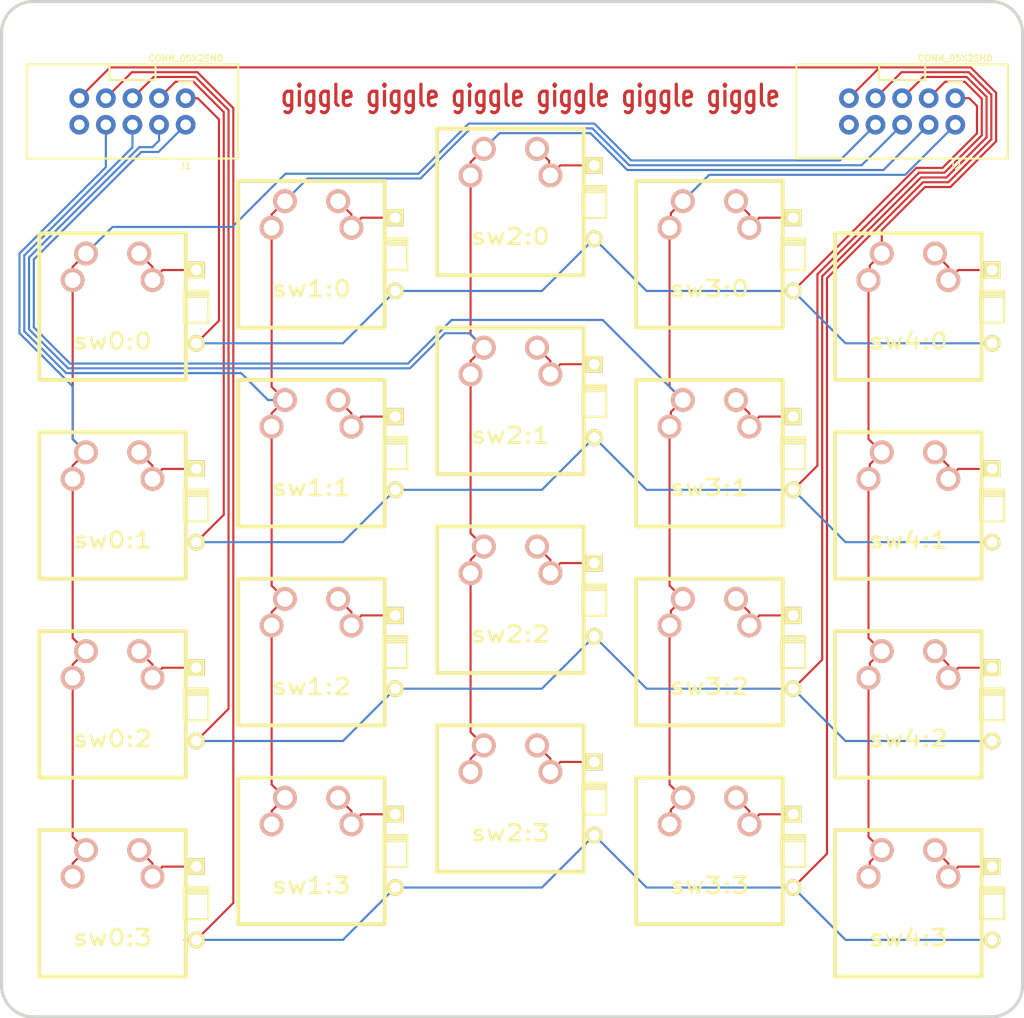
<source format=kicad_pcb>
(kicad_pcb (version 20171130) (host pcbnew "(5.1.2)-2")

  (general
    (thickness 1.6002)
    (drawings 19)
    (tracks 584)
    (zones 0)
    (modules 85)
    (nets 58)
  )

  (page A4)
  (title_block
    (date "14 oct 2019")
  )

  (layers
    (0 Front signal)
    (31 Back signal)
    (32 B.Adhes user)
    (33 F.Adhes user)
    (34 B.Paste user)
    (35 F.Paste user)
    (36 B.SilkS user)
    (37 F.SilkS user)
    (38 B.Mask user)
    (39 F.Mask user)
    (40 Dwgs.User user)
    (41 Cmts.User user)
    (42 Eco1.User user)
    (43 Eco2.User user)
    (44 Edge.Cuts user)
    (45 Margin user)
    (46 B.CrtYd user)
    (47 F.CrtYd user)
  )

  (setup
    (last_trace_width 0.254)
    (trace_clearance 0.254)
    (zone_clearance 0.508)
    (zone_45_only no)
    (trace_min 0.2032)
    (via_size 0.889)
    (via_drill 0.635)
    (via_min_size 0.889)
    (via_min_drill 0.508)
    (uvia_size 0.508)
    (uvia_drill 0.127)
    (uvias_allowed no)
    (uvia_min_size 0.508)
    (uvia_min_drill 0.127)
    (edge_width 0.381)
    (segment_width 0.381)
    (pcb_text_width 0.3048)
    (pcb_text_size 1.524 2.032)
    (mod_edge_width 0.381)
    (mod_text_size 1.524 1.524)
    (mod_text_width 0.3048)
    (pad_size 1.7526 1.7526)
    (pad_drill 1.0922)
    (pad_to_mask_clearance 0.254)
    (aux_axis_origin 0 0)
    (visible_elements 7FFFFFFF)
    (pcbplotparams
      (layerselection 0x0ffff_ffffffff)
      (usegerberextensions true)
      (usegerberattributes false)
      (usegerberadvancedattributes false)
      (creategerberjobfile false)
      (excludeedgelayer true)
      (linewidth 0.150000)
      (plotframeref false)
      (viasonmask false)
      (mode 1)
      (useauxorigin false)
      (hpglpennumber 1)
      (hpglpenspeed 20)
      (hpglpendiameter 15.000000)
      (psnegative false)
      (psa4output false)
      (plotreference true)
      (plotvalue true)
      (plotinvisibletext false)
      (padsonsilk false)
      (subtractmaskfromsilk false)
      (outputformat 1)
      (mirror false)
      (drillshape 0)
      (scaleselection 1)
      (outputdirectory "gigglegbr/"))
  )

  (gr_text "giggle giggle giggle giggle giggle giggle" (at 78 37) (layer Front)
    (effects (font (size 2.032 1.524) (thickness 0.3048)))
  )
(net 0 "")
(net 1 N-row-0)
(net 2 N-row-1)
(net 3 N-row-2)
(net 4 N-row-3)
(net 5 N-col-0)
(net 6 N-col-1)
(net 7 N-col-2)
(net 8 N-col-3)
(net 9 N-col-4)
(net 10 N-col-5)
(net 11 N-col-6)
(net 12 N-col-7)
(net 13 N-col-8)
(net 14 N-col-9)
(net 15 N-col-10)
(net 16 N-col-11)
(net 17 N-col-12)
(net 18 N-col-13)
(net 19 N-diode-0)
(net 20 N-diode-1)
(net 21 N-diode-2)
(net 22 N-diode-3)
(net 23 N-diode-4)
(net 24 N-diode-5)
(net 25 N-diode-6)
(net 26 N-diode-7)
(net 27 N-diode-8)
(net 28 N-diode-9)
(net 29 N-diode-10)
(net 30 N-diode-11)
(net 31 N-diode-12)
(net 32 N-diode-13)
(net 33 N-diode-14)
(net 34 N-diode-15)
(net 35 N-diode-16)
(net 36 N-diode-17)
(net 37 N-diode-18)
(net 38 N-diode-19)
(net 39 N-diode-20)
(net 40 N-diode-21)
(net 41 N-diode-22)
(net 42 N-diode-23)
(net 43 N-diode-24)
(net 44 N-diode-25)
(net 45 N-diode-26)
(net 46 N-diode-27)
(net 47 N-diode-28)
(net 48 N-diode-29)
(net 49 N-diode-30)
(net 50 N-diode-31)
(net 51 N-diode-32)
(net 52 N-diode-33)
(net 53 N-diode-34)
(net 54 N-diode-35)
(net 55 N-diode-36)
(net 56 N-diode-37)
(net 57 N-diode-38)
(net 58 N-diode-39)
(net 59 N-diode-40)
(net 60 N-diode-41)
(net 61 N-diode-42)
(net 62 N-diode-43)
(net 63 N-diode-44)
(net 64 N-diode-45)
(net 65 N-diode-46)
(net 66 N-diode-47)
(net 67 N-diode-48)
(net 68 N-diode-49)
(net 69 N-diode-50)
(net 70 N-diode-51)
(net_class
 Default
 "This is the default net class."
 (clearance 0.254)
 (trace_width 0.2032)
 (via_dia 0.889)
 (via_drill 0.635)
 (uvia_dia 0.508)
 (uvia_drill 0.127)
 (add_net "")
 (add_net N-row-0)
 (add_net N-row-1)
 (add_net N-row-2)
 (add_net N-row-3)
 (add_net N-col-0)
 (add_net N-col-1)
 (add_net N-col-2)
 (add_net N-col-3)
 (add_net N-col-4)
 (add_net N-col-5)
 (add_net N-col-6)
 (add_net N-col-7)
 (add_net N-col-8)
 (add_net N-col-9)
 (add_net N-col-10)
 (add_net N-col-11)
 (add_net N-col-12)
 (add_net N-col-13)
 (add_net N-diode-0)
 (add_net N-diode-1)
 (add_net N-diode-2)
 (add_net N-diode-3)
 (add_net N-diode-4)
 (add_net N-diode-5)
 (add_net N-diode-6)
 (add_net N-diode-7)
 (add_net N-diode-8)
 (add_net N-diode-9)
 (add_net N-diode-10)
 (add_net N-diode-11)
 (add_net N-diode-12)
 (add_net N-diode-13)
 (add_net N-diode-14)
 (add_net N-diode-15)
 (add_net N-diode-16)
 (add_net N-diode-17)
 (add_net N-diode-18)
 (add_net N-diode-19)
 (add_net N-diode-20)
 (add_net N-diode-21)
 (add_net N-diode-22)
 (add_net N-diode-23)
 (add_net N-diode-24)
 (add_net N-diode-25)
 (add_net N-diode-26)
 (add_net N-diode-27)
 (add_net N-diode-28)
 (add_net N-diode-29)
 (add_net N-diode-30)
 (add_net N-diode-31)
 (add_net N-diode-32)
 (add_net N-diode-33)
 (add_net N-diode-34)
 (add_net N-diode-35)
 (add_net N-diode-36)
 (add_net N-diode-37)
 (add_net N-diode-38)
 (add_net N-diode-39)
 (add_net N-diode-40)
 (add_net N-diode-41)
 (add_net N-diode-42)
 (add_net N-diode-43)
 (add_net N-diode-44)
 (add_net N-diode-45)
 (add_net N-diode-46)
 (add_net N-diode-47)
 (add_net N-diode-48)
 (add_net N-diode-49)
 (add_net N-diode-50)
 (add_net N-diode-51))
(module connector-shrouded (layer F.Cu)
  (tedit 200000)
  (at 40 38.5 270)
  (descr "PLATED THROUGH HOLE - 2X5 SHROUDED HEADER")
  (tags "PLATED THROUGH HOLE - 2X5 SHROUDED HEADER")
  (attr virtual)
  (fp_text
   reference
   "J1"
   (at 5.207 -5.08)
   (layer F.SilkS)
   (effects (font (size 0.6096 0.6096) (thickness 0.127))))
  (fp_text
   value
   "CONN_05X2SHD"
   (at -5.08 -5.08)
   (layer F.SilkS)
   (effects (font (size 0.6096 0.6096) (thickness 0.127))))
  (fp_line
   (start -1.524 -4.826)
   (end -1.016 -4.826)
   (layer Dwgs.User)
   (width 0.06604))
  (fp_line
   (start -1.016 -4.826)
   (end -1.016 -5.334)
   (layer Dwgs.User)
   (width 0.06604))
  (fp_line
   (start -1.524 -5.334)
   (end -1.016 -5.334)
   (layer Dwgs.User)
   (width 0.06604))
  (fp_line
   (start -1.524 -4.826)
   (end -1.524 -5.334)
   (layer Dwgs.User)
   (width 0.06604))
  (fp_line
   (start 1.016 -4.826)
   (end 1.524 -4.826)
   (layer Dwgs.User)
   (width 0.06604))
  (fp_line
   (start 1.524 -4.826)
   (end 1.524 -5.334)
   (layer Dwgs.User)
   (width 0.06604))
  (fp_line
   (start 1.016 -5.334)
   (end 1.524 -5.334)
   (layer Dwgs.User)
   (width 0.06604))
  (fp_line
   (start 1.016 -4.826)
   (end 1.016 -5.334)
   (layer Dwgs.User)
   (width 0.06604))
  (fp_line
   (start 1.016 -2.286)
   (end 1.524 -2.286)
   (layer Dwgs.User)
   (width 0.06604))
  (fp_line
   (start 1.524 -2.286)
   (end 1.524 -2.794)
   (layer Dwgs.User)
   (width 0.06604))
  (fp_line
   (start 1.016 -2.794)
   (end 1.524 -2.794)
   (layer Dwgs.User)
   (width 0.06604))
  (fp_line
   (start 1.016 -2.286)
   (end 1.016 -2.794)
   (layer Dwgs.User)
   (width 0.06604))
  (fp_line
   (start -1.524 -2.286)
   (end -1.016 -2.286)
   (layer Dwgs.User)
   (width 0.06604))
  (fp_line
   (start -1.016 -2.286)
   (end -1.016 -2.794)
   (layer Dwgs.User)
   (width 0.06604))
  (fp_line
   (start -1.524 -2.794)
   (end -1.016 -2.794)
   (layer Dwgs.User)
   (width 0.06604))
  (fp_line
   (start -1.524 -2.286)
   (end -1.524 -2.794)
   (layer Dwgs.User)
   (width 0.06604))
  (fp_line
   (start 1.016 0.254)
   (end 1.524 0.254)
   (layer Dwgs.User)
   (width 0.06604))
  (fp_line
   (start 1.524 0.254)
   (end 1.524 -0.254)
   (layer Dwgs.User)
   (width 0.06604))
  (fp_line
   (start 1.016 -0.254)
   (end 1.524 -0.254)
   (layer Dwgs.User)
   (width 0.06604))
  (fp_line
   (start 1.016 0.254)
   (end 1.016 -0.254)
   (layer Dwgs.User)
   (width 0.06604))
  (fp_line
   (start -1.524 0.254)
   (end -1.016 0.254)
   (layer Dwgs.User)
   (width 0.06604))
  (fp_line
   (start -1.016 0.254)
   (end -1.016 -0.254)
   (layer Dwgs.User)
   (width 0.06604))
  (fp_line
   (start -1.524 -0.254)
   (end -1.016 -0.254)
   (layer Dwgs.User)
   (width 0.06604))
  (fp_line
   (start -1.524 0.254)
   (end -1.524 -0.254)
   (layer Dwgs.User)
   (width 0.06604))
  (fp_line
   (start 1.016 2.794)
   (end 1.524 2.794)
   (layer Dwgs.User)
   (width 0.06604))
  (fp_line
   (start 1.524 2.794)
   (end 1.524 2.286)
   (layer Dwgs.User)
   (width 0.06604))
  (fp_line
   (start 1.016 2.286)
   (end 1.524 2.286)
   (layer Dwgs.User)
   (width 0.06604))
  (fp_line
   (start 1.016 2.794)
   (end 1.016 2.286)
   (layer Dwgs.User)
   (width 0.06604))
  (fp_line
   (start -1.524 2.794)
   (end -1.016 2.794)
   (layer Dwgs.User)
   (width 0.06604))
  (fp_line
   (start -1.016 2.794)
   (end -1.016 2.286)
   (layer Dwgs.User)
   (width 0.06604))
  (fp_line
   (start -1.524 2.286)
   (end -1.016 2.286)
   (layer Dwgs.User)
   (width 0.06604))
  (fp_line
   (start -1.524 2.794)
   (end -1.524 2.286)
   (layer Dwgs.User)
   (width 0.06604))
  (fp_line
   (start 1.016 5.334)
   (end 1.524 5.334)
   (layer Dwgs.User)
   (width 0.06604))
  (fp_line
   (start 1.524 5.334)
   (end 1.524 4.826)
   (layer Dwgs.User)
   (width 0.06604))
  (fp_line
   (start 1.016 4.826)
   (end 1.524 4.826)
   (layer Dwgs.User)
   (width 0.06604))
  (fp_line
   (start 1.016 5.334)
   (end 1.016 4.826)
   (layer Dwgs.User)
   (width 0.06604))
  (fp_line
   (start -1.524 5.334)
   (end -1.016 5.334)
   (layer Dwgs.User)
   (width 0.06604))
  (fp_line
   (start -1.016 5.334)
   (end -1.016 4.826)
   (layer Dwgs.User)
   (width 0.06604))
  (fp_line
   (start -1.524 4.826)
   (end -1.016 4.826)
   (layer Dwgs.User)
   (width 0.06604))
  (fp_line
   (start -1.524 5.334)
   (end -1.524 4.826)
   (layer Dwgs.User)
   (width 0.06604))
  (fp_line
   (start -1.524 2.794)
   (end -1.016 2.794)
   (layer Dwgs.User)
   (width 0.06604))
  (fp_line
   (start -1.016 2.794)
   (end -1.016 2.286)
   (layer Dwgs.User)
   (width 0.06604))
  (fp_line
   (start -1.524 2.286)
   (end -1.016 2.286)
   (layer Dwgs.User)
   (width 0.06604))
  (fp_line
   (start -1.524 2.794)
   (end -1.524 2.286)
   (layer Dwgs.User)
   (width 0.06604))
  (fp_line
   (start 1.016 2.794)
   (end 1.524 2.794)
   (layer Dwgs.User)
   (width 0.06604))
  (fp_line
   (start 1.524 2.794)
   (end 1.524 2.286)
   (layer Dwgs.User)
   (width 0.06604))
  (fp_line
   (start 1.016 2.286)
   (end 1.524 2.286)
   (layer Dwgs.User)
   (width 0.06604))
  (fp_line
   (start 1.016 2.794)
   (end 1.016 2.286)
   (layer Dwgs.User)
   (width 0.06604))
  (fp_line
   (start -2.77368 -5.715)
   (end -2.77368 -4.445)
   (layer F.SilkS)
   (width 0.2032))
  (fp_line
   (start 4.49834 -10.09904)
   (end 4.49834 10.09904)
   (layer F.SilkS)
   (width 0.2032))
  (fp_line
   (start -4.49834 10.09904)
   (end -4.49834 2.19964)
   (layer F.SilkS)
   (width 0.2032))
  (fp_line
   (start -4.49834 2.19964)
   (end -4.49834 -2.19964)
   (layer F.SilkS)
   (width 0.2032))
  (fp_line
   (start -4.49834 -2.19964)
   (end -4.49834 -10.09904)
   (layer F.SilkS)
   (width 0.2032))
  (fp_line
   (start -4.49834 -10.09904)
   (end 4.39928 -10.09904)
   (layer F.SilkS)
   (width 0.2032))
  (fp_line
   (start 4.49834 10.09904)
   (end -4.49834 10.09904)
   (layer F.SilkS)
   (width 0.2032))
  (fp_line
   (start -3.39852 -8.99922)
   (end 3.39852 -8.99922)
   (layer Dwgs.User)
   (width 0.2032))
  (fp_line
   (start 3.39852 -8.99922)
   (end 3.39852 8.99922)
   (layer Dwgs.User)
   (width 0.2032))
  (fp_line
   (start -3.39852 8.99922)
   (end 3.39852 8.99922)
   (layer Dwgs.User)
   (width 0.2032))
  (fp_line
   (start -4.49834 -2.19964)
   (end -2.99974 -2.19964)
   (layer F.SilkS)
   (width 0.2032))
  (fp_line
   (start -2.99974 -2.19964)
   (end -2.99974 2.19964)
   (layer F.SilkS)
   (width 0.2032))
  (fp_line
   (start -2.99974 2.19964)
   (end -4.49834 2.19964)
   (layer F.SilkS)
   (width 0.2032))
  (fp_line
   (start -3.39852 -8.99922)
   (end -3.39852 -2.19964)
   (layer Dwgs.User)
   (width 0.2032))
  (fp_line
   (start -3.39852 8.99922)
   (end -3.39852 2.19964)
   (layer Dwgs.User)
   (width 0.2032))
  (fp_line
   (start -2.81178 -5.715)
   (end -2.81178 -4.445)
   (layer F.SilkS)
   (width 0.2032))
  (pad
   1
   thru_hole
   circle
   (at -1.27 -5.08)
   (size 1.8796 1.8796)
   (drill 1.016)
   (layers *.Cu *.Mask)
   (net 1 N-row-0)
   (solder_mask_margin 0.1016))
  (pad
   2
   thru_hole
   circle
   (at 1.27 -5.08)
   (size 1.8796 1.8796)
   (drill 1.016)
   (layers *.Cu *.Mask)
   (net 8 N-col-3)
   (solder_mask_margin 0.1016))
  (pad
   3
   thru_hole
   circle
   (at -1.27 -2.54)
   (size 1.8796 1.8796)
   (drill 1.016)
   (layers *.Cu *.Mask)
   (net 2 N-row-1)
   (solder_mask_margin 0.1016))
  (pad
   4
   thru_hole
   circle
   (at 1.27 -2.54)
   (size 1.8796 1.8796)
   (drill 1.016)
   (layers *.Cu *.Mask)
   (net 7 N-col-2)
   (solder_mask_margin 0.1016))
  (pad
   5
   thru_hole
   circle
   (at -1.27 0)
   (size 1.8796 1.8796)
   (drill 1.016)
   (layers *.Cu *.Mask)
   (net 3 N-row-2)
   (solder_mask_margin 0.1016))
  (pad
   6
   thru_hole
   circle
   (at 1.27 0)
   (size 1.8796 1.8796)
   (drill 1.016)
   (layers *.Cu *.Mask)
   (net 6 N-col-1)
   (solder_mask_margin 0.1016))
  (pad
   7
   thru_hole
   circle
   (at -1.27 2.54)
   (size 1.8796 1.8796)
   (drill 1.016)
   (layers *.Cu *.Mask)
   (net 4 N-row-3)
   (solder_mask_margin 0.1016))
  (pad
   8
   thru_hole
   circle
   (at 1.27 2.54)
   (size 1.8796 1.8796)
   (drill 1.016)
   (layers *.Cu *.Mask)
   (net 5 N-col-0)
   (solder_mask_margin 0.1016))
  (pad
   9
   thru_hole
   circle
   (at -1.27 5.08)
   (size 1.8796 1.8796)
   (drill 1.016)
   (layers *.Cu *.Mask)
   (net 9 N-col-4)
   (solder_mask_margin 0.1016))
  (pad
   10
   thru_hole
   circle
   (at 1.27 5.08)
   (size 1.8796 1.8796)
   (drill 1.016)
   (layers *.Cu *.Mask)
   (solder_mask_margin 0.1016)))
(module connector-shrouded (layer F.Cu)
  (tedit 200000)
  (at 113.5 38.5 270)
  (descr "PLATED THROUGH HOLE - 2X5 SHROUDED HEADER")
  (tags "PLATED THROUGH HOLE - 2X5 SHROUDED HEADER")
  (attr virtual)
  (fp_text
   reference
   "J2"
   (at 5.207 -5.08)
   (layer F.SilkS)
   (effects (font (size 0.6096 0.6096) (thickness 0.127))))
  (fp_text
   value
   "CONN_05X2SHD"
   (at -5.08 -5.08)
   (layer F.SilkS)
   (effects (font (size 0.6096 0.6096) (thickness 0.127))))
  (fp_line
   (start -1.524 -4.826)
   (end -1.016 -4.826)
   (layer Dwgs.User)
   (width 0.06604))
  (fp_line
   (start -1.016 -4.826)
   (end -1.016 -5.334)
   (layer Dwgs.User)
   (width 0.06604))
  (fp_line
   (start -1.524 -5.334)
   (end -1.016 -5.334)
   (layer Dwgs.User)
   (width 0.06604))
  (fp_line
   (start -1.524 -4.826)
   (end -1.524 -5.334)
   (layer Dwgs.User)
   (width 0.06604))
  (fp_line
   (start 1.016 -4.826)
   (end 1.524 -4.826)
   (layer Dwgs.User)
   (width 0.06604))
  (fp_line
   (start 1.524 -4.826)
   (end 1.524 -5.334)
   (layer Dwgs.User)
   (width 0.06604))
  (fp_line
   (start 1.016 -5.334)
   (end 1.524 -5.334)
   (layer Dwgs.User)
   (width 0.06604))
  (fp_line
   (start 1.016 -4.826)
   (end 1.016 -5.334)
   (layer Dwgs.User)
   (width 0.06604))
  (fp_line
   (start 1.016 -2.286)
   (end 1.524 -2.286)
   (layer Dwgs.User)
   (width 0.06604))
  (fp_line
   (start 1.524 -2.286)
   (end 1.524 -2.794)
   (layer Dwgs.User)
   (width 0.06604))
  (fp_line
   (start 1.016 -2.794)
   (end 1.524 -2.794)
   (layer Dwgs.User)
   (width 0.06604))
  (fp_line
   (start 1.016 -2.286)
   (end 1.016 -2.794)
   (layer Dwgs.User)
   (width 0.06604))
  (fp_line
   (start -1.524 -2.286)
   (end -1.016 -2.286)
   (layer Dwgs.User)
   (width 0.06604))
  (fp_line
   (start -1.016 -2.286)
   (end -1.016 -2.794)
   (layer Dwgs.User)
   (width 0.06604))
  (fp_line
   (start -1.524 -2.794)
   (end -1.016 -2.794)
   (layer Dwgs.User)
   (width 0.06604))
  (fp_line
   (start -1.524 -2.286)
   (end -1.524 -2.794)
   (layer Dwgs.User)
   (width 0.06604))
  (fp_line
   (start 1.016 0.254)
   (end 1.524 0.254)
   (layer Dwgs.User)
   (width 0.06604))
  (fp_line
   (start 1.524 0.254)
   (end 1.524 -0.254)
   (layer Dwgs.User)
   (width 0.06604))
  (fp_line
   (start 1.016 -0.254)
   (end 1.524 -0.254)
   (layer Dwgs.User)
   (width 0.06604))
  (fp_line
   (start 1.016 0.254)
   (end 1.016 -0.254)
   (layer Dwgs.User)
   (width 0.06604))
  (fp_line
   (start -1.524 0.254)
   (end -1.016 0.254)
   (layer Dwgs.User)
   (width 0.06604))
  (fp_line
   (start -1.016 0.254)
   (end -1.016 -0.254)
   (layer Dwgs.User)
   (width 0.06604))
  (fp_line
   (start -1.524 -0.254)
   (end -1.016 -0.254)
   (layer Dwgs.User)
   (width 0.06604))
  (fp_line
   (start -1.524 0.254)
   (end -1.524 -0.254)
   (layer Dwgs.User)
   (width 0.06604))
  (fp_line
   (start 1.016 2.794)
   (end 1.524 2.794)
   (layer Dwgs.User)
   (width 0.06604))
  (fp_line
   (start 1.524 2.794)
   (end 1.524 2.286)
   (layer Dwgs.User)
   (width 0.06604))
  (fp_line
   (start 1.016 2.286)
   (end 1.524 2.286)
   (layer Dwgs.User)
   (width 0.06604))
  (fp_line
   (start 1.016 2.794)
   (end 1.016 2.286)
   (layer Dwgs.User)
   (width 0.06604))
  (fp_line
   (start -1.524 2.794)
   (end -1.016 2.794)
   (layer Dwgs.User)
   (width 0.06604))
  (fp_line
   (start -1.016 2.794)
   (end -1.016 2.286)
   (layer Dwgs.User)
   (width 0.06604))
  (fp_line
   (start -1.524 2.286)
   (end -1.016 2.286)
   (layer Dwgs.User)
   (width 0.06604))
  (fp_line
   (start -1.524 2.794)
   (end -1.524 2.286)
   (layer Dwgs.User)
   (width 0.06604))
  (fp_line
   (start 1.016 5.334)
   (end 1.524 5.334)
   (layer Dwgs.User)
   (width 0.06604))
  (fp_line
   (start 1.524 5.334)
   (end 1.524 4.826)
   (layer Dwgs.User)
   (width 0.06604))
  (fp_line
   (start 1.016 4.826)
   (end 1.524 4.826)
   (layer Dwgs.User)
   (width 0.06604))
  (fp_line
   (start 1.016 5.334)
   (end 1.016 4.826)
   (layer Dwgs.User)
   (width 0.06604))
  (fp_line
   (start -1.524 5.334)
   (end -1.016 5.334)
   (layer Dwgs.User)
   (width 0.06604))
  (fp_line
   (start -1.016 5.334)
   (end -1.016 4.826)
   (layer Dwgs.User)
   (width 0.06604))
  (fp_line
   (start -1.524 4.826)
   (end -1.016 4.826)
   (layer Dwgs.User)
   (width 0.06604))
  (fp_line
   (start -1.524 5.334)
   (end -1.524 4.826)
   (layer Dwgs.User)
   (width 0.06604))
  (fp_line
   (start -1.524 2.794)
   (end -1.016 2.794)
   (layer Dwgs.User)
   (width 0.06604))
  (fp_line
   (start -1.016 2.794)
   (end -1.016 2.286)
   (layer Dwgs.User)
   (width 0.06604))
  (fp_line
   (start -1.524 2.286)
   (end -1.016 2.286)
   (layer Dwgs.User)
   (width 0.06604))
  (fp_line
   (start -1.524 2.794)
   (end -1.524 2.286)
   (layer Dwgs.User)
   (width 0.06604))
  (fp_line
   (start 1.016 2.794)
   (end 1.524 2.794)
   (layer Dwgs.User)
   (width 0.06604))
  (fp_line
   (start 1.524 2.794)
   (end 1.524 2.286)
   (layer Dwgs.User)
   (width 0.06604))
  (fp_line
   (start 1.016 2.286)
   (end 1.524 2.286)
   (layer Dwgs.User)
   (width 0.06604))
  (fp_line
   (start 1.016 2.794)
   (end 1.016 2.286)
   (layer Dwgs.User)
   (width 0.06604))
  (fp_line
   (start -2.77368 -5.715)
   (end -2.77368 -4.445)
   (layer F.SilkS)
   (width 0.2032))
  (fp_line
   (start 4.49834 -10.09904)
   (end 4.49834 10.09904)
   (layer F.SilkS)
   (width 0.2032))
  (fp_line
   (start -4.49834 10.09904)
   (end -4.49834 2.19964)
   (layer F.SilkS)
   (width 0.2032))
  (fp_line
   (start -4.49834 2.19964)
   (end -4.49834 -2.19964)
   (layer F.SilkS)
   (width 0.2032))
  (fp_line
   (start -4.49834 -2.19964)
   (end -4.49834 -10.09904)
   (layer F.SilkS)
   (width 0.2032))
  (fp_line
   (start -4.49834 -10.09904)
   (end 4.39928 -10.09904)
   (layer F.SilkS)
   (width 0.2032))
  (fp_line
   (start 4.49834 10.09904)
   (end -4.49834 10.09904)
   (layer F.SilkS)
   (width 0.2032))
  (fp_line
   (start -3.39852 -8.99922)
   (end 3.39852 -8.99922)
   (layer Dwgs.User)
   (width 0.2032))
  (fp_line
   (start 3.39852 -8.99922)
   (end 3.39852 8.99922)
   (layer Dwgs.User)
   (width 0.2032))
  (fp_line
   (start -3.39852 8.99922)
   (end 3.39852 8.99922)
   (layer Dwgs.User)
   (width 0.2032))
  (fp_line
   (start -4.49834 -2.19964)
   (end -2.99974 -2.19964)
   (layer F.SilkS)
   (width 0.2032))
  (fp_line
   (start -2.99974 -2.19964)
   (end -2.99974 2.19964)
   (layer F.SilkS)
   (width 0.2032))
  (fp_line
   (start -2.99974 2.19964)
   (end -4.49834 2.19964)
   (layer F.SilkS)
   (width 0.2032))
  (fp_line
   (start -3.39852 -8.99922)
   (end -3.39852 -2.19964)
   (layer Dwgs.User)
   (width 0.2032))
  (fp_line
   (start -3.39852 8.99922)
   (end -3.39852 2.19964)
   (layer Dwgs.User)
   (width 0.2032))
  (fp_line
   (start -2.81178 -5.715)
   (end -2.81178 -4.445)
   (layer F.SilkS)
   (width 0.2032))
  (pad
   1
   thru_hole
   circle
   (at -1.27 -5.08)
   (size 1.8796 1.8796)
   (drill 1.016)
   (layers *.Cu *.Mask)
   (net 1 N-row-0)
   (solder_mask_margin 0.1016))
  (pad
   2
   thru_hole
   circle
   (at 1.27 -5.08)
   (size 1.8796 1.8796)
   (drill 1.016)
   (layers *.Cu *.Mask)
   (net 8 N-col-3)
   (solder_mask_margin 0.1016))
  (pad
   3
   thru_hole
   circle
   (at -1.27 -2.54)
   (size 1.8796 1.8796)
   (drill 1.016)
   (layers *.Cu *.Mask)
   (net 2 N-row-1)
   (solder_mask_margin 0.1016))
  (pad
   4
   thru_hole
   circle
   (at 1.27 -2.54)
   (size 1.8796 1.8796)
   (drill 1.016)
   (layers *.Cu *.Mask)
   (net 7 N-col-2)
   (solder_mask_margin 0.1016))
  (pad
   5
   thru_hole
   circle
   (at -1.27 0)
   (size 1.8796 1.8796)
   (drill 1.016)
   (layers *.Cu *.Mask)
   (net 3 N-row-2)
   (solder_mask_margin 0.1016))
  (pad
   6
   thru_hole
   circle
   (at 1.27 0)
   (size 1.8796 1.8796)
   (drill 1.016)
   (layers *.Cu *.Mask)
   (net 6 N-col-1)
   (solder_mask_margin 0.1016))
  (pad
   7
   thru_hole
   circle
   (at -1.27 2.54)
   (size 1.8796 1.8796)
   (drill 1.016)
   (layers *.Cu *.Mask)
   (net 4 N-row-3)
   (solder_mask_margin 0.1016))
  (pad
   8
   thru_hole
   circle
   (at 1.27 2.54)
   (size 1.8796 1.8796)
   (drill 1.016)
   (layers *.Cu *.Mask)
   (net 5 N-col-0)
   (solder_mask_margin 0.1016))
  (pad
   9
   thru_hole
   circle
   (at -1.27 5.08)
   (size 1.8796 1.8796)
   (drill 1.016)
   (layers *.Cu *.Mask)
   (net 9 N-col-4)
   (solder_mask_margin 0.1016))
  (pad
   10
   thru_hole
   circle
   (at 1.27 5.08)
   (size 1.8796 1.8796)
   (drill 1.016)
   (layers *.Cu *.Mask)
   (solder_mask_margin 0.1016)))
(gr_line (start 122 28) (end 30.5 28) (angle 90) (layer Edge.Cuts) (width 0.3))
(gr_line (start 125 31) (end 125 122) (angle 90) (layer Edge.Cuts) (width 0.3))
(gr_line
 (start 27.5 31)
 (end 27.5 122)
 (angle 90)
 (layer Edge.Cuts)
 (width 0.3))
(gr_line
 (start 122 125)
 (end 30.5 125)
 (angle 90)
 (layer Edge.Cuts)
 (width 0.3))
(gr_arc (start 122 31) (end 125 31) (angle -90) (layer Edge.Cuts) (width 0.3))
(gr_arc
 (start 30.5 31)
 (end 30.5 28)
 (angle -90)
 (layer Edge.Cuts)
 (width 0.3))
(gr_arc
 (start 122 122)
 (end 122 125)
 (angle -90)
 (layer Edge.Cuts)
 (width 0.3))
(gr_arc
 (start 30.5 122)
 (end 27.5 122)
 (angle -90)
 (layer Edge.Cuts)
 (width 0.3))
(module MX_FLIP (layer Front)
  (tedit 4FD81CDD)
  (tstamp 543EF801)
  (at 38.1 57.15 0)
  (path /543DB910)
  (fp_text
   reference
   "sw0:0"
   (at 0 3.302 0)
   (layer F.SilkS)
   (effects (font (size 1.524 1.778) (thickness 0.254))))
  (fp_line (start -7 -7) (end 7 -7) (layer F.SilkS) (width 0.381))
  (fp_line (start 7 -7) (end 7 7) (layer F.SilkS) (width 0.381))
  (fp_line (start 7 7) (end -7 7) (layer F.SilkS) (width 0.381))
  (fp_line (start -7 7) (end -7 -7) (layer F.SilkS) (width 0.381))
  (pad 0 np_thru_hole circle (at 0 0) (size 3.9878 3.9878) (drill 3.9878))
  (pad 0 np_thru_hole circle (at -5.08 0) (size 1.7018 1.7018) (drill 1.7018))
  (pad 0 np_thru_hole circle (at 5.08 0) (size 1.7018 1.7018) (drill 1.7018))
  (pad
   1
   thru_hole
   circle
   (at 2.54 -5.08)
   (size 2.286 2.286)
   (drill 1.4986)
   (layers *.Cu *.SilkS *.Mask)
   (net 19 N-diode-0))
  (pad
   1
   thru_hole
   circle
   (at 3.81 -2.54)
   (size 2.286 2.286)
   (drill 1.4986)
   (layers *.Cu *.SilkS *.Mask)
   (net 19 N-diode-0))
  (pad
   2
   thru_hole
   circle
   (at -2.54 -5.08)
   (size 2.286 2.286)
   (drill 1.4986)
   (layers *.Cu *.SilkS *.Mask)
   (net 5 N-col-0))
  (pad
   2
   thru_hole
   circle
   (at -3.81 -2.54)
   (size 2.286 2.286)
   (drill 1.4986)
   (layers *.Cu *.SilkS *.Mask)
   (net 5 N-col-0)))
(module DIODE (layer Front)
  (tedit 4E0F7A99)
  (tstamp 543EF854)
  (at 46.1 57.15 90)
  (path /543DB90F)
  (fp_text
   reference
   "d0:0"
   (at 0 0 0)
   (layer F.SilkS)
   hide
   (effects (font (size 1.016 1.016) (thickness 0.2032))))
  (fp_line (start 0.9 1.1) (end 0.9 -1.1) (layer F.SilkS) (width 0.15))
  (fp_line (start 1.1 -1.1) (end 1.1 1.1) (layer F.SilkS) (width 0.15))
  (fp_line (start 1.3 -1) (end 1.3 -1.1) (layer F.SilkS) (width 0.15))
  (fp_line (start 1.3 -1.1) (end 1.3 -1) (layer F.SilkS) (width 0.15))
  (fp_line (start 1.3 1.1) (end 1.3 -1) (layer F.SilkS) (width 0.15))
  (fp_line
   (start -1.524 -1.143)
   (end 1.524 -1.143)
   (layer F.SilkS)
   (width 0.2032))
  (fp_line
   (start 1.524 -1.143)
   (end 1.524 1.143)
   (layer F.SilkS)
   (width 0.2032))
  (fp_line
   (start 1.524 1.143)
   (end -1.524 1.143)
   (layer F.SilkS)
   (width 0.2032))
  (fp_line
   (start -1.524 1.143)
   (end -1.524 -1.143)
   (layer F.SilkS)
   (width 0.2032))
  (pad
   1
   thru_hole
   rect
   (at 3.5 0 90)
   (size 1.6 1.6)
   (drill 1)
   (layers *.Cu *.Mask F.SilkS)
   (net 19 N-diode-0))
  (pad
   2
   thru_hole
   circle
   (at -3.5 0 90)
   (size 1.6 1.6)
   (drill 1)
   (layers *.Cu *.Mask F.SilkS)
   (net 1 N-row-0)))
(module MX_FLIP (layer Front)
  (tedit 4FD81CDD)
  (tstamp 543EF801)
  (at 38.1 76.15 0)
  (path /543DB910)
  (fp_text
   reference
   "sw0:1"
   (at 0 3.302 0)
   (layer F.SilkS)
   (effects (font (size 1.524 1.778) (thickness 0.254))))
  (fp_line (start -7 -7) (end 7 -7) (layer F.SilkS) (width 0.381))
  (fp_line (start 7 -7) (end 7 7) (layer F.SilkS) (width 0.381))
  (fp_line (start 7 7) (end -7 7) (layer F.SilkS) (width 0.381))
  (fp_line (start -7 7) (end -7 -7) (layer F.SilkS) (width 0.381))
  (pad 0 np_thru_hole circle (at 0 0) (size 3.9878 3.9878) (drill 3.9878))
  (pad 0 np_thru_hole circle (at -5.08 0) (size 1.7018 1.7018) (drill 1.7018))
  (pad 0 np_thru_hole circle (at 5.08 0) (size 1.7018 1.7018) (drill 1.7018))
  (pad
   1
   thru_hole
   circle
   (at 2.54 -5.08)
   (size 2.286 2.286)
   (drill 1.4986)
   (layers *.Cu *.SilkS *.Mask)
   (net 20 N-diode-1))
  (pad
   1
   thru_hole
   circle
   (at 3.81 -2.54)
   (size 2.286 2.286)
   (drill 1.4986)
   (layers *.Cu *.SilkS *.Mask)
   (net 20 N-diode-1))
  (pad
   2
   thru_hole
   circle
   (at -2.54 -5.08)
   (size 2.286 2.286)
   (drill 1.4986)
   (layers *.Cu *.SilkS *.Mask)
   (net 5 N-col-0))
  (pad
   2
   thru_hole
   circle
   (at -3.81 -2.54)
   (size 2.286 2.286)
   (drill 1.4986)
   (layers *.Cu *.SilkS *.Mask)
   (net 5 N-col-0)))
(module DIODE (layer Front)
  (tedit 4E0F7A99)
  (tstamp 543EF854)
  (at 46.1 76.15 90)
  (path /543DB90F)
  (fp_text
   reference
   "d0:1"
   (at 0 0 0)
   (layer F.SilkS)
   hide
   (effects (font (size 1.016 1.016) (thickness 0.2032))))
  (fp_line (start 0.9 1.1) (end 0.9 -1.1) (layer F.SilkS) (width 0.15))
  (fp_line (start 1.1 -1.1) (end 1.1 1.1) (layer F.SilkS) (width 0.15))
  (fp_line (start 1.3 -1) (end 1.3 -1.1) (layer F.SilkS) (width 0.15))
  (fp_line (start 1.3 -1.1) (end 1.3 -1) (layer F.SilkS) (width 0.15))
  (fp_line (start 1.3 1.1) (end 1.3 -1) (layer F.SilkS) (width 0.15))
  (fp_line
   (start -1.524 -1.143)
   (end 1.524 -1.143)
   (layer F.SilkS)
   (width 0.2032))
  (fp_line
   (start 1.524 -1.143)
   (end 1.524 1.143)
   (layer F.SilkS)
   (width 0.2032))
  (fp_line
   (start 1.524 1.143)
   (end -1.524 1.143)
   (layer F.SilkS)
   (width 0.2032))
  (fp_line
   (start -1.524 1.143)
   (end -1.524 -1.143)
   (layer F.SilkS)
   (width 0.2032))
  (pad
   1
   thru_hole
   rect
   (at 3.5 0 90)
   (size 1.6 1.6)
   (drill 1)
   (layers *.Cu *.Mask F.SilkS)
   (net 20 N-diode-1))
  (pad
   2
   thru_hole
   circle
   (at -3.5 0 90)
   (size 1.6 1.6)
   (drill 1)
   (layers *.Cu *.Mask F.SilkS)
   (net 2 N-row-1)))
(module MX_FLIP (layer Front)
  (tedit 4FD81CDD)
  (tstamp 543EF801)
  (at 38.1 95.15 0)
  (path /543DB910)
  (fp_text
   reference
   "sw0:2"
   (at 0 3.302 0)
   (layer F.SilkS)
   (effects (font (size 1.524 1.778) (thickness 0.254))))
  (fp_line (start -7 -7) (end 7 -7) (layer F.SilkS) (width 0.381))
  (fp_line (start 7 -7) (end 7 7) (layer F.SilkS) (width 0.381))
  (fp_line (start 7 7) (end -7 7) (layer F.SilkS) (width 0.381))
  (fp_line (start -7 7) (end -7 -7) (layer F.SilkS) (width 0.381))
  (pad 0 np_thru_hole circle (at 0 0) (size 3.9878 3.9878) (drill 3.9878))
  (pad 0 np_thru_hole circle (at -5.08 0) (size 1.7018 1.7018) (drill 1.7018))
  (pad 0 np_thru_hole circle (at 5.08 0) (size 1.7018 1.7018) (drill 1.7018))
  (pad
   1
   thru_hole
   circle
   (at 2.54 -5.08)
   (size 2.286 2.286)
   (drill 1.4986)
   (layers *.Cu *.SilkS *.Mask)
   (net 21 N-diode-2))
  (pad
   1
   thru_hole
   circle
   (at 3.81 -2.54)
   (size 2.286 2.286)
   (drill 1.4986)
   (layers *.Cu *.SilkS *.Mask)
   (net 21 N-diode-2))
  (pad
   2
   thru_hole
   circle
   (at -2.54 -5.08)
   (size 2.286 2.286)
   (drill 1.4986)
   (layers *.Cu *.SilkS *.Mask)
   (net 5 N-col-0))
  (pad
   2
   thru_hole
   circle
   (at -3.81 -2.54)
   (size 2.286 2.286)
   (drill 1.4986)
   (layers *.Cu *.SilkS *.Mask)
   (net 5 N-col-0)))
(module DIODE (layer Front)
  (tedit 4E0F7A99)
  (tstamp 543EF854)
  (at 46.1 95.15 90)
  (path /543DB90F)
  (fp_text
   reference
   "d0:2"
   (at 0 0 0)
   (layer F.SilkS)
   hide
   (effects (font (size 1.016 1.016) (thickness 0.2032))))
  (fp_line (start 0.9 1.1) (end 0.9 -1.1) (layer F.SilkS) (width 0.15))
  (fp_line (start 1.1 -1.1) (end 1.1 1.1) (layer F.SilkS) (width 0.15))
  (fp_line (start 1.3 -1) (end 1.3 -1.1) (layer F.SilkS) (width 0.15))
  (fp_line (start 1.3 -1.1) (end 1.3 -1) (layer F.SilkS) (width 0.15))
  (fp_line (start 1.3 1.1) (end 1.3 -1) (layer F.SilkS) (width 0.15))
  (fp_line
   (start -1.524 -1.143)
   (end 1.524 -1.143)
   (layer F.SilkS)
   (width 0.2032))
  (fp_line
   (start 1.524 -1.143)
   (end 1.524 1.143)
   (layer F.SilkS)
   (width 0.2032))
  (fp_line
   (start 1.524 1.143)
   (end -1.524 1.143)
   (layer F.SilkS)
   (width 0.2032))
  (fp_line
   (start -1.524 1.143)
   (end -1.524 -1.143)
   (layer F.SilkS)
   (width 0.2032))
  (pad
   1
   thru_hole
   rect
   (at 3.5 0 90)
   (size 1.6 1.6)
   (drill 1)
   (layers *.Cu *.Mask F.SilkS)
   (net 21 N-diode-2))
  (pad
   2
   thru_hole
   circle
   (at -3.5 0 90)
   (size 1.6 1.6)
   (drill 1)
   (layers *.Cu *.Mask F.SilkS)
   (net 3 N-row-2)))
(module MX_FLIP (layer Front)
  (tedit 4FD81CDD)
  (tstamp 543EF801)
  (at 38.1 114.15 0)
  (path /543DB910)
  (fp_text
   reference
   "sw0:3"
   (at 0 3.302 0)
   (layer F.SilkS)
   (effects (font (size 1.524 1.778) (thickness 0.254))))
  (fp_line (start -7 -7) (end 7 -7) (layer F.SilkS) (width 0.381))
  (fp_line (start 7 -7) (end 7 7) (layer F.SilkS) (width 0.381))
  (fp_line (start 7 7) (end -7 7) (layer F.SilkS) (width 0.381))
  (fp_line (start -7 7) (end -7 -7) (layer F.SilkS) (width 0.381))
  (pad 0 np_thru_hole circle (at 0 0) (size 3.9878 3.9878) (drill 3.9878))
  (pad 0 np_thru_hole circle (at -5.08 0) (size 1.7018 1.7018) (drill 1.7018))
  (pad 0 np_thru_hole circle (at 5.08 0) (size 1.7018 1.7018) (drill 1.7018))
  (pad
   1
   thru_hole
   circle
   (at 2.54 -5.08)
   (size 2.286 2.286)
   (drill 1.4986)
   (layers *.Cu *.SilkS *.Mask)
   (net 22 N-diode-3))
  (pad
   1
   thru_hole
   circle
   (at 3.81 -2.54)
   (size 2.286 2.286)
   (drill 1.4986)
   (layers *.Cu *.SilkS *.Mask)
   (net 22 N-diode-3))
  (pad
   2
   thru_hole
   circle
   (at -2.54 -5.08)
   (size 2.286 2.286)
   (drill 1.4986)
   (layers *.Cu *.SilkS *.Mask)
   (net 5 N-col-0))
  (pad
   2
   thru_hole
   circle
   (at -3.81 -2.54)
   (size 2.286 2.286)
   (drill 1.4986)
   (layers *.Cu *.SilkS *.Mask)
   (net 5 N-col-0)))
(module DIODE (layer Front)
  (tedit 4E0F7A99)
  (tstamp 543EF854)
  (at 46.1 114.15 90)
  (path /543DB90F)
  (fp_text
   reference
   "d0:3"
   (at 0 0 0)
   (layer F.SilkS)
   hide
   (effects (font (size 1.016 1.016) (thickness 0.2032))))
  (fp_line (start 0.9 1.1) (end 0.9 -1.1) (layer F.SilkS) (width 0.15))
  (fp_line (start 1.1 -1.1) (end 1.1 1.1) (layer F.SilkS) (width 0.15))
  (fp_line (start 1.3 -1) (end 1.3 -1.1) (layer F.SilkS) (width 0.15))
  (fp_line (start 1.3 -1.1) (end 1.3 -1) (layer F.SilkS) (width 0.15))
  (fp_line (start 1.3 1.1) (end 1.3 -1) (layer F.SilkS) (width 0.15))
  (fp_line
   (start -1.524 -1.143)
   (end 1.524 -1.143)
   (layer F.SilkS)
   (width 0.2032))
  (fp_line
   (start 1.524 -1.143)
   (end 1.524 1.143)
   (layer F.SilkS)
   (width 0.2032))
  (fp_line
   (start 1.524 1.143)
   (end -1.524 1.143)
   (layer F.SilkS)
   (width 0.2032))
  (fp_line
   (start -1.524 1.143)
   (end -1.524 -1.143)
   (layer F.SilkS)
   (width 0.2032))
  (pad
   1
   thru_hole
   rect
   (at 3.5 0 90)
   (size 1.6 1.6)
   (drill 1)
   (layers *.Cu *.Mask F.SilkS)
   (net 22 N-diode-3))
  (pad
   2
   thru_hole
   circle
   (at -3.5 0 90)
   (size 1.6 1.6)
   (drill 1)
   (layers *.Cu *.Mask F.SilkS)
   (net 4 N-row-3)))
(module MX_FLIP (layer Front)
  (tedit 4FD81CDD)
  (tstamp 543EF801)
  (at 57.1 52.15 0)
  (path /543DB910)
  (fp_text
   reference
   "sw1:0"
   (at 0 3.302 0)
   (layer F.SilkS)
   (effects (font (size 1.524 1.778) (thickness 0.254))))
  (fp_line (start -7 -7) (end 7 -7) (layer F.SilkS) (width 0.381))
  (fp_line (start 7 -7) (end 7 7) (layer F.SilkS) (width 0.381))
  (fp_line (start 7 7) (end -7 7) (layer F.SilkS) (width 0.381))
  (fp_line (start -7 7) (end -7 -7) (layer F.SilkS) (width 0.381))
  (pad 0 np_thru_hole circle (at 0 0) (size 3.9878 3.9878) (drill 3.9878))
  (pad 0 np_thru_hole circle (at -5.08 0) (size 1.7018 1.7018) (drill 1.7018))
  (pad 0 np_thru_hole circle (at 5.08 0) (size 1.7018 1.7018) (drill 1.7018))
  (pad
   1
   thru_hole
   circle
   (at 2.54 -5.08)
   (size 2.286 2.286)
   (drill 1.4986)
   (layers *.Cu *.SilkS *.Mask)
   (net 23 N-diode-4))
  (pad
   1
   thru_hole
   circle
   (at 3.81 -2.54)
   (size 2.286 2.286)
   (drill 1.4986)
   (layers *.Cu *.SilkS *.Mask)
   (net 23 N-diode-4))
  (pad
   2
   thru_hole
   circle
   (at -2.54 -5.08)
   (size 2.286 2.286)
   (drill 1.4986)
   (layers *.Cu *.SilkS *.Mask)
   (net 6 N-col-1))
  (pad
   2
   thru_hole
   circle
   (at -3.81 -2.54)
   (size 2.286 2.286)
   (drill 1.4986)
   (layers *.Cu *.SilkS *.Mask)
   (net 6 N-col-1)))
(module DIODE (layer Front)
  (tedit 4E0F7A99)
  (tstamp 543EF854)
  (at 65.1 52.15 90)
  (path /543DB90F)
  (fp_text
   reference
   "d1:0"
   (at 0 0 0)
   (layer F.SilkS)
   hide
   (effects (font (size 1.016 1.016) (thickness 0.2032))))
  (fp_line (start 0.9 1.1) (end 0.9 -1.1) (layer F.SilkS) (width 0.15))
  (fp_line (start 1.1 -1.1) (end 1.1 1.1) (layer F.SilkS) (width 0.15))
  (fp_line (start 1.3 -1) (end 1.3 -1.1) (layer F.SilkS) (width 0.15))
  (fp_line (start 1.3 -1.1) (end 1.3 -1) (layer F.SilkS) (width 0.15))
  (fp_line (start 1.3 1.1) (end 1.3 -1) (layer F.SilkS) (width 0.15))
  (fp_line
   (start -1.524 -1.143)
   (end 1.524 -1.143)
   (layer F.SilkS)
   (width 0.2032))
  (fp_line
   (start 1.524 -1.143)
   (end 1.524 1.143)
   (layer F.SilkS)
   (width 0.2032))
  (fp_line
   (start 1.524 1.143)
   (end -1.524 1.143)
   (layer F.SilkS)
   (width 0.2032))
  (fp_line
   (start -1.524 1.143)
   (end -1.524 -1.143)
   (layer F.SilkS)
   (width 0.2032))
  (pad
   1
   thru_hole
   rect
   (at 3.5 0 90)
   (size 1.6 1.6)
   (drill 1)
   (layers *.Cu *.Mask F.SilkS)
   (net 23 N-diode-4))
  (pad
   2
   thru_hole
   circle
   (at -3.5 0 90)
   (size 1.6 1.6)
   (drill 1)
   (layers *.Cu *.Mask F.SilkS)
   (net 1 N-row-0)))
(module MX_FLIP (layer Front)
  (tedit 4FD81CDD)
  (tstamp 543EF801)
  (at 57.1 71.15 0)
  (path /543DB910)
  (fp_text
   reference
   "sw1:1"
   (at 0 3.302 0)
   (layer F.SilkS)
   (effects (font (size 1.524 1.778) (thickness 0.254))))
  (fp_line (start -7 -7) (end 7 -7) (layer F.SilkS) (width 0.381))
  (fp_line (start 7 -7) (end 7 7) (layer F.SilkS) (width 0.381))
  (fp_line (start 7 7) (end -7 7) (layer F.SilkS) (width 0.381))
  (fp_line (start -7 7) (end -7 -7) (layer F.SilkS) (width 0.381))
  (pad 0 np_thru_hole circle (at 0 0) (size 3.9878 3.9878) (drill 3.9878))
  (pad 0 np_thru_hole circle (at -5.08 0) (size 1.7018 1.7018) (drill 1.7018))
  (pad 0 np_thru_hole circle (at 5.08 0) (size 1.7018 1.7018) (drill 1.7018))
  (pad
   1
   thru_hole
   circle
   (at 2.54 -5.08)
   (size 2.286 2.286)
   (drill 1.4986)
   (layers *.Cu *.SilkS *.Mask)
   (net 24 N-diode-5))
  (pad
   1
   thru_hole
   circle
   (at 3.81 -2.54)
   (size 2.286 2.286)
   (drill 1.4986)
   (layers *.Cu *.SilkS *.Mask)
   (net 24 N-diode-5))
  (pad
   2
   thru_hole
   circle
   (at -2.54 -5.08)
   (size 2.286 2.286)
   (drill 1.4986)
   (layers *.Cu *.SilkS *.Mask)
   (net 6 N-col-1))
  (pad
   2
   thru_hole
   circle
   (at -3.81 -2.54)
   (size 2.286 2.286)
   (drill 1.4986)
   (layers *.Cu *.SilkS *.Mask)
   (net 6 N-col-1)))
(module DIODE (layer Front)
  (tedit 4E0F7A99)
  (tstamp 543EF854)
  (at 65.1 71.15 90)
  (path /543DB90F)
  (fp_text
   reference
   "d1:1"
   (at 0 0 0)
   (layer F.SilkS)
   hide
   (effects (font (size 1.016 1.016) (thickness 0.2032))))
  (fp_line (start 0.9 1.1) (end 0.9 -1.1) (layer F.SilkS) (width 0.15))
  (fp_line (start 1.1 -1.1) (end 1.1 1.1) (layer F.SilkS) (width 0.15))
  (fp_line (start 1.3 -1) (end 1.3 -1.1) (layer F.SilkS) (width 0.15))
  (fp_line (start 1.3 -1.1) (end 1.3 -1) (layer F.SilkS) (width 0.15))
  (fp_line (start 1.3 1.1) (end 1.3 -1) (layer F.SilkS) (width 0.15))
  (fp_line
   (start -1.524 -1.143)
   (end 1.524 -1.143)
   (layer F.SilkS)
   (width 0.2032))
  (fp_line
   (start 1.524 -1.143)
   (end 1.524 1.143)
   (layer F.SilkS)
   (width 0.2032))
  (fp_line
   (start 1.524 1.143)
   (end -1.524 1.143)
   (layer F.SilkS)
   (width 0.2032))
  (fp_line
   (start -1.524 1.143)
   (end -1.524 -1.143)
   (layer F.SilkS)
   (width 0.2032))
  (pad
   1
   thru_hole
   rect
   (at 3.5 0 90)
   (size 1.6 1.6)
   (drill 1)
   (layers *.Cu *.Mask F.SilkS)
   (net 24 N-diode-5))
  (pad
   2
   thru_hole
   circle
   (at -3.5 0 90)
   (size 1.6 1.6)
   (drill 1)
   (layers *.Cu *.Mask F.SilkS)
   (net 2 N-row-1)))
(module MX_FLIP (layer Front)
  (tedit 4FD81CDD)
  (tstamp 543EF801)
  (at 57.1 90.15 0)
  (path /543DB910)
  (fp_text
   reference
   "sw1:2"
   (at 0 3.302 0)
   (layer F.SilkS)
   (effects (font (size 1.524 1.778) (thickness 0.254))))
  (fp_line (start -7 -7) (end 7 -7) (layer F.SilkS) (width 0.381))
  (fp_line (start 7 -7) (end 7 7) (layer F.SilkS) (width 0.381))
  (fp_line (start 7 7) (end -7 7) (layer F.SilkS) (width 0.381))
  (fp_line (start -7 7) (end -7 -7) (layer F.SilkS) (width 0.381))
  (pad 0 np_thru_hole circle (at 0 0) (size 3.9878 3.9878) (drill 3.9878))
  (pad 0 np_thru_hole circle (at -5.08 0) (size 1.7018 1.7018) (drill 1.7018))
  (pad 0 np_thru_hole circle (at 5.08 0) (size 1.7018 1.7018) (drill 1.7018))
  (pad
   1
   thru_hole
   circle
   (at 2.54 -5.08)
   (size 2.286 2.286)
   (drill 1.4986)
   (layers *.Cu *.SilkS *.Mask)
   (net 25 N-diode-6))
  (pad
   1
   thru_hole
   circle
   (at 3.81 -2.54)
   (size 2.286 2.286)
   (drill 1.4986)
   (layers *.Cu *.SilkS *.Mask)
   (net 25 N-diode-6))
  (pad
   2
   thru_hole
   circle
   (at -2.54 -5.08)
   (size 2.286 2.286)
   (drill 1.4986)
   (layers *.Cu *.SilkS *.Mask)
   (net 6 N-col-1))
  (pad
   2
   thru_hole
   circle
   (at -3.81 -2.54)
   (size 2.286 2.286)
   (drill 1.4986)
   (layers *.Cu *.SilkS *.Mask)
   (net 6 N-col-1)))
(module DIODE (layer Front)
  (tedit 4E0F7A99)
  (tstamp 543EF854)
  (at 65.1 90.15 90)
  (path /543DB90F)
  (fp_text
   reference
   "d1:2"
   (at 0 0 0)
   (layer F.SilkS)
   hide
   (effects (font (size 1.016 1.016) (thickness 0.2032))))
  (fp_line (start 0.9 1.1) (end 0.9 -1.1) (layer F.SilkS) (width 0.15))
  (fp_line (start 1.1 -1.1) (end 1.1 1.1) (layer F.SilkS) (width 0.15))
  (fp_line (start 1.3 -1) (end 1.3 -1.1) (layer F.SilkS) (width 0.15))
  (fp_line (start 1.3 -1.1) (end 1.3 -1) (layer F.SilkS) (width 0.15))
  (fp_line (start 1.3 1.1) (end 1.3 -1) (layer F.SilkS) (width 0.15))
  (fp_line
   (start -1.524 -1.143)
   (end 1.524 -1.143)
   (layer F.SilkS)
   (width 0.2032))
  (fp_line
   (start 1.524 -1.143)
   (end 1.524 1.143)
   (layer F.SilkS)
   (width 0.2032))
  (fp_line
   (start 1.524 1.143)
   (end -1.524 1.143)
   (layer F.SilkS)
   (width 0.2032))
  (fp_line
   (start -1.524 1.143)
   (end -1.524 -1.143)
   (layer F.SilkS)
   (width 0.2032))
  (pad
   1
   thru_hole
   rect
   (at 3.5 0 90)
   (size 1.6 1.6)
   (drill 1)
   (layers *.Cu *.Mask F.SilkS)
   (net 25 N-diode-6))
  (pad
   2
   thru_hole
   circle
   (at -3.5 0 90)
   (size 1.6 1.6)
   (drill 1)
   (layers *.Cu *.Mask F.SilkS)
   (net 3 N-row-2)))
(module MX_FLIP (layer Front)
  (tedit 4FD81CDD)
  (tstamp 543EF801)
  (at 57.1 109.15 0)
  (path /543DB910)
  (fp_text
   reference
   "sw1:3"
   (at 0 3.302 0)
   (layer F.SilkS)
   (effects (font (size 1.524 1.778) (thickness 0.254))))
  (fp_line (start -7 -7) (end 7 -7) (layer F.SilkS) (width 0.381))
  (fp_line (start 7 -7) (end 7 7) (layer F.SilkS) (width 0.381))
  (fp_line (start 7 7) (end -7 7) (layer F.SilkS) (width 0.381))
  (fp_line (start -7 7) (end -7 -7) (layer F.SilkS) (width 0.381))
  (pad 0 np_thru_hole circle (at 0 0) (size 3.9878 3.9878) (drill 3.9878))
  (pad 0 np_thru_hole circle (at -5.08 0) (size 1.7018 1.7018) (drill 1.7018))
  (pad 0 np_thru_hole circle (at 5.08 0) (size 1.7018 1.7018) (drill 1.7018))
  (pad
   1
   thru_hole
   circle
   (at 2.54 -5.08)
   (size 2.286 2.286)
   (drill 1.4986)
   (layers *.Cu *.SilkS *.Mask)
   (net 26 N-diode-7))
  (pad
   1
   thru_hole
   circle
   (at 3.81 -2.54)
   (size 2.286 2.286)
   (drill 1.4986)
   (layers *.Cu *.SilkS *.Mask)
   (net 26 N-diode-7))
  (pad
   2
   thru_hole
   circle
   (at -2.54 -5.08)
   (size 2.286 2.286)
   (drill 1.4986)
   (layers *.Cu *.SilkS *.Mask)
   (net 6 N-col-1))
  (pad
   2
   thru_hole
   circle
   (at -3.81 -2.54)
   (size 2.286 2.286)
   (drill 1.4986)
   (layers *.Cu *.SilkS *.Mask)
   (net 6 N-col-1)))
(module DIODE (layer Front)
  (tedit 4E0F7A99)
  (tstamp 543EF854)
  (at 65.1 109.15 90)
  (path /543DB90F)
  (fp_text
   reference
   "d1:3"
   (at 0 0 0)
   (layer F.SilkS)
   hide
   (effects (font (size 1.016 1.016) (thickness 0.2032))))
  (fp_line (start 0.9 1.1) (end 0.9 -1.1) (layer F.SilkS) (width 0.15))
  (fp_line (start 1.1 -1.1) (end 1.1 1.1) (layer F.SilkS) (width 0.15))
  (fp_line (start 1.3 -1) (end 1.3 -1.1) (layer F.SilkS) (width 0.15))
  (fp_line (start 1.3 -1.1) (end 1.3 -1) (layer F.SilkS) (width 0.15))
  (fp_line (start 1.3 1.1) (end 1.3 -1) (layer F.SilkS) (width 0.15))
  (fp_line
   (start -1.524 -1.143)
   (end 1.524 -1.143)
   (layer F.SilkS)
   (width 0.2032))
  (fp_line
   (start 1.524 -1.143)
   (end 1.524 1.143)
   (layer F.SilkS)
   (width 0.2032))
  (fp_line
   (start 1.524 1.143)
   (end -1.524 1.143)
   (layer F.SilkS)
   (width 0.2032))
  (fp_line
   (start -1.524 1.143)
   (end -1.524 -1.143)
   (layer F.SilkS)
   (width 0.2032))
  (pad
   1
   thru_hole
   rect
   (at 3.5 0 90)
   (size 1.6 1.6)
   (drill 1)
   (layers *.Cu *.Mask F.SilkS)
   (net 26 N-diode-7))
  (pad
   2
   thru_hole
   circle
   (at -3.5 0 90)
   (size 1.6 1.6)
   (drill 1)
   (layers *.Cu *.Mask F.SilkS)
   (net 4 N-row-3)))
(module MX_FLIP (layer Front)
  (tedit 4FD81CDD)
  (tstamp 543EF801)
  (at 76.1 47.15 0)
  (path /543DB910)
  (fp_text
   reference
   "sw2:0"
   (at 0 3.302 0)
   (layer F.SilkS)
   (effects (font (size 1.524 1.778) (thickness 0.254))))
  (fp_line (start -7 -7) (end 7 -7) (layer F.SilkS) (width 0.381))
  (fp_line (start 7 -7) (end 7 7) (layer F.SilkS) (width 0.381))
  (fp_line (start 7 7) (end -7 7) (layer F.SilkS) (width 0.381))
  (fp_line (start -7 7) (end -7 -7) (layer F.SilkS) (width 0.381))
  (pad 0 np_thru_hole circle (at 0 0) (size 3.9878 3.9878) (drill 3.9878))
  (pad 0 np_thru_hole circle (at -5.08 0) (size 1.7018 1.7018) (drill 1.7018))
  (pad 0 np_thru_hole circle (at 5.08 0) (size 1.7018 1.7018) (drill 1.7018))
  (pad
   1
   thru_hole
   circle
   (at 2.54 -5.08)
   (size 2.286 2.286)
   (drill 1.4986)
   (layers *.Cu *.SilkS *.Mask)
   (net 27 N-diode-8))
  (pad
   1
   thru_hole
   circle
   (at 3.81 -2.54)
   (size 2.286 2.286)
   (drill 1.4986)
   (layers *.Cu *.SilkS *.Mask)
   (net 27 N-diode-8))
  (pad
   2
   thru_hole
   circle
   (at -2.54 -5.08)
   (size 2.286 2.286)
   (drill 1.4986)
   (layers *.Cu *.SilkS *.Mask)
   (net 7 N-col-2))
  (pad
   2
   thru_hole
   circle
   (at -3.81 -2.54)
   (size 2.286 2.286)
   (drill 1.4986)
   (layers *.Cu *.SilkS *.Mask)
   (net 7 N-col-2)))
(module DIODE (layer Front)
  (tedit 4E0F7A99)
  (tstamp 543EF854)
  (at 84.1 47.15 90)
  (path /543DB90F)
  (fp_text
   reference
   "d2:0"
   (at 0 0 0)
   (layer F.SilkS)
   hide
   (effects (font (size 1.016 1.016) (thickness 0.2032))))
  (fp_line (start 0.9 1.1) (end 0.9 -1.1) (layer F.SilkS) (width 0.15))
  (fp_line (start 1.1 -1.1) (end 1.1 1.1) (layer F.SilkS) (width 0.15))
  (fp_line (start 1.3 -1) (end 1.3 -1.1) (layer F.SilkS) (width 0.15))
  (fp_line (start 1.3 -1.1) (end 1.3 -1) (layer F.SilkS) (width 0.15))
  (fp_line (start 1.3 1.1) (end 1.3 -1) (layer F.SilkS) (width 0.15))
  (fp_line
   (start -1.524 -1.143)
   (end 1.524 -1.143)
   (layer F.SilkS)
   (width 0.2032))
  (fp_line
   (start 1.524 -1.143)
   (end 1.524 1.143)
   (layer F.SilkS)
   (width 0.2032))
  (fp_line
   (start 1.524 1.143)
   (end -1.524 1.143)
   (layer F.SilkS)
   (width 0.2032))
  (fp_line
   (start -1.524 1.143)
   (end -1.524 -1.143)
   (layer F.SilkS)
   (width 0.2032))
  (pad
   1
   thru_hole
   rect
   (at 3.5 0 90)
   (size 1.6 1.6)
   (drill 1)
   (layers *.Cu *.Mask F.SilkS)
   (net 27 N-diode-8))
  (pad
   2
   thru_hole
   circle
   (at -3.5 0 90)
   (size 1.6 1.6)
   (drill 1)
   (layers *.Cu *.Mask F.SilkS)
   (net 1 N-row-0)))
(module MX_FLIP (layer Front)
  (tedit 4FD81CDD)
  (tstamp 543EF801)
  (at 76.1 66.15 0)
  (path /543DB910)
  (fp_text
   reference
   "sw2:1"
   (at 0 3.302 0)
   (layer F.SilkS)
   (effects (font (size 1.524 1.778) (thickness 0.254))))
  (fp_line (start -7 -7) (end 7 -7) (layer F.SilkS) (width 0.381))
  (fp_line (start 7 -7) (end 7 7) (layer F.SilkS) (width 0.381))
  (fp_line (start 7 7) (end -7 7) (layer F.SilkS) (width 0.381))
  (fp_line (start -7 7) (end -7 -7) (layer F.SilkS) (width 0.381))
  (pad 0 np_thru_hole circle (at 0 0) (size 3.9878 3.9878) (drill 3.9878))
  (pad 0 np_thru_hole circle (at -5.08 0) (size 1.7018 1.7018) (drill 1.7018))
  (pad 0 np_thru_hole circle (at 5.08 0) (size 1.7018 1.7018) (drill 1.7018))
  (pad
   1
   thru_hole
   circle
   (at 2.54 -5.08)
   (size 2.286 2.286)
   (drill 1.4986)
   (layers *.Cu *.SilkS *.Mask)
   (net 28 N-diode-9))
  (pad
   1
   thru_hole
   circle
   (at 3.81 -2.54)
   (size 2.286 2.286)
   (drill 1.4986)
   (layers *.Cu *.SilkS *.Mask)
   (net 28 N-diode-9))
  (pad
   2
   thru_hole
   circle
   (at -2.54 -5.08)
   (size 2.286 2.286)
   (drill 1.4986)
   (layers *.Cu *.SilkS *.Mask)
   (net 7 N-col-2))
  (pad
   2
   thru_hole
   circle
   (at -3.81 -2.54)
   (size 2.286 2.286)
   (drill 1.4986)
   (layers *.Cu *.SilkS *.Mask)
   (net 7 N-col-2)))
(module DIODE (layer Front)
  (tedit 4E0F7A99)
  (tstamp 543EF854)
  (at 84.1 66.15 90)
  (path /543DB90F)
  (fp_text
   reference
   "d2:1"
   (at 0 0 0)
   (layer F.SilkS)
   hide
   (effects (font (size 1.016 1.016) (thickness 0.2032))))
  (fp_line (start 0.9 1.1) (end 0.9 -1.1) (layer F.SilkS) (width 0.15))
  (fp_line (start 1.1 -1.1) (end 1.1 1.1) (layer F.SilkS) (width 0.15))
  (fp_line (start 1.3 -1) (end 1.3 -1.1) (layer F.SilkS) (width 0.15))
  (fp_line (start 1.3 -1.1) (end 1.3 -1) (layer F.SilkS) (width 0.15))
  (fp_line (start 1.3 1.1) (end 1.3 -1) (layer F.SilkS) (width 0.15))
  (fp_line
   (start -1.524 -1.143)
   (end 1.524 -1.143)
   (layer F.SilkS)
   (width 0.2032))
  (fp_line
   (start 1.524 -1.143)
   (end 1.524 1.143)
   (layer F.SilkS)
   (width 0.2032))
  (fp_line
   (start 1.524 1.143)
   (end -1.524 1.143)
   (layer F.SilkS)
   (width 0.2032))
  (fp_line
   (start -1.524 1.143)
   (end -1.524 -1.143)
   (layer F.SilkS)
   (width 0.2032))
  (pad
   1
   thru_hole
   rect
   (at 3.5 0 90)
   (size 1.6 1.6)
   (drill 1)
   (layers *.Cu *.Mask F.SilkS)
   (net 28 N-diode-9))
  (pad
   2
   thru_hole
   circle
   (at -3.5 0 90)
   (size 1.6 1.6)
   (drill 1)
   (layers *.Cu *.Mask F.SilkS)
   (net 2 N-row-1)))
(module MX_FLIP (layer Front)
  (tedit 4FD81CDD)
  (tstamp 543EF801)
  (at 76.1 85.15 0)
  (path /543DB910)
  (fp_text
   reference
   "sw2:2"
   (at 0 3.302 0)
   (layer F.SilkS)
   (effects (font (size 1.524 1.778) (thickness 0.254))))
  (fp_line (start -7 -7) (end 7 -7) (layer F.SilkS) (width 0.381))
  (fp_line (start 7 -7) (end 7 7) (layer F.SilkS) (width 0.381))
  (fp_line (start 7 7) (end -7 7) (layer F.SilkS) (width 0.381))
  (fp_line (start -7 7) (end -7 -7) (layer F.SilkS) (width 0.381))
  (pad 0 np_thru_hole circle (at 0 0) (size 3.9878 3.9878) (drill 3.9878))
  (pad 0 np_thru_hole circle (at -5.08 0) (size 1.7018 1.7018) (drill 1.7018))
  (pad 0 np_thru_hole circle (at 5.08 0) (size 1.7018 1.7018) (drill 1.7018))
  (pad
   1
   thru_hole
   circle
   (at 2.54 -5.08)
   (size 2.286 2.286)
   (drill 1.4986)
   (layers *.Cu *.SilkS *.Mask)
   (net 29 N-diode-10))
  (pad
   1
   thru_hole
   circle
   (at 3.81 -2.54)
   (size 2.286 2.286)
   (drill 1.4986)
   (layers *.Cu *.SilkS *.Mask)
   (net 29 N-diode-10))
  (pad
   2
   thru_hole
   circle
   (at -2.54 -5.08)
   (size 2.286 2.286)
   (drill 1.4986)
   (layers *.Cu *.SilkS *.Mask)
   (net 7 N-col-2))
  (pad
   2
   thru_hole
   circle
   (at -3.81 -2.54)
   (size 2.286 2.286)
   (drill 1.4986)
   (layers *.Cu *.SilkS *.Mask)
   (net 7 N-col-2)))
(module DIODE (layer Front)
  (tedit 4E0F7A99)
  (tstamp 543EF854)
  (at 84.1 85.15 90)
  (path /543DB90F)
  (fp_text
   reference
   "d2:2"
   (at 0 0 0)
   (layer F.SilkS)
   hide
   (effects (font (size 1.016 1.016) (thickness 0.2032))))
  (fp_line (start 0.9 1.1) (end 0.9 -1.1) (layer F.SilkS) (width 0.15))
  (fp_line (start 1.1 -1.1) (end 1.1 1.1) (layer F.SilkS) (width 0.15))
  (fp_line (start 1.3 -1) (end 1.3 -1.1) (layer F.SilkS) (width 0.15))
  (fp_line (start 1.3 -1.1) (end 1.3 -1) (layer F.SilkS) (width 0.15))
  (fp_line (start 1.3 1.1) (end 1.3 -1) (layer F.SilkS) (width 0.15))
  (fp_line
   (start -1.524 -1.143)
   (end 1.524 -1.143)
   (layer F.SilkS)
   (width 0.2032))
  (fp_line
   (start 1.524 -1.143)
   (end 1.524 1.143)
   (layer F.SilkS)
   (width 0.2032))
  (fp_line
   (start 1.524 1.143)
   (end -1.524 1.143)
   (layer F.SilkS)
   (width 0.2032))
  (fp_line
   (start -1.524 1.143)
   (end -1.524 -1.143)
   (layer F.SilkS)
   (width 0.2032))
  (pad
   1
   thru_hole
   rect
   (at 3.5 0 90)
   (size 1.6 1.6)
   (drill 1)
   (layers *.Cu *.Mask F.SilkS)
   (net 29 N-diode-10))
  (pad
   2
   thru_hole
   circle
   (at -3.5 0 90)
   (size 1.6 1.6)
   (drill 1)
   (layers *.Cu *.Mask F.SilkS)
   (net 3 N-row-2)))
(module MX_FLIP (layer Front)
  (tedit 4FD81CDD)
  (tstamp 543EF801)
  (at 76.1 104.15 0)
  (path /543DB910)
  (fp_text
   reference
   "sw2:3"
   (at 0 3.302 0)
   (layer F.SilkS)
   (effects (font (size 1.524 1.778) (thickness 0.254))))
  (fp_line (start -7 -7) (end 7 -7) (layer F.SilkS) (width 0.381))
  (fp_line (start 7 -7) (end 7 7) (layer F.SilkS) (width 0.381))
  (fp_line (start 7 7) (end -7 7) (layer F.SilkS) (width 0.381))
  (fp_line (start -7 7) (end -7 -7) (layer F.SilkS) (width 0.381))
  (pad 0 np_thru_hole circle (at 0 0) (size 3.9878 3.9878) (drill 3.9878))
  (pad 0 np_thru_hole circle (at -5.08 0) (size 1.7018 1.7018) (drill 1.7018))
  (pad 0 np_thru_hole circle (at 5.08 0) (size 1.7018 1.7018) (drill 1.7018))
  (pad
   1
   thru_hole
   circle
   (at 2.54 -5.08)
   (size 2.286 2.286)
   (drill 1.4986)
   (layers *.Cu *.SilkS *.Mask)
   (net 30 N-diode-11))
  (pad
   1
   thru_hole
   circle
   (at 3.81 -2.54)
   (size 2.286 2.286)
   (drill 1.4986)
   (layers *.Cu *.SilkS *.Mask)
   (net 30 N-diode-11))
  (pad
   2
   thru_hole
   circle
   (at -2.54 -5.08)
   (size 2.286 2.286)
   (drill 1.4986)
   (layers *.Cu *.SilkS *.Mask)
   (net 7 N-col-2))
  (pad
   2
   thru_hole
   circle
   (at -3.81 -2.54)
   (size 2.286 2.286)
   (drill 1.4986)
   (layers *.Cu *.SilkS *.Mask)
   (net 7 N-col-2)))
(module DIODE (layer Front)
  (tedit 4E0F7A99)
  (tstamp 543EF854)
  (at 84.1 104.15 90)
  (path /543DB90F)
  (fp_text
   reference
   "d2:3"
   (at 0 0 0)
   (layer F.SilkS)
   hide
   (effects (font (size 1.016 1.016) (thickness 0.2032))))
  (fp_line (start 0.9 1.1) (end 0.9 -1.1) (layer F.SilkS) (width 0.15))
  (fp_line (start 1.1 -1.1) (end 1.1 1.1) (layer F.SilkS) (width 0.15))
  (fp_line (start 1.3 -1) (end 1.3 -1.1) (layer F.SilkS) (width 0.15))
  (fp_line (start 1.3 -1.1) (end 1.3 -1) (layer F.SilkS) (width 0.15))
  (fp_line (start 1.3 1.1) (end 1.3 -1) (layer F.SilkS) (width 0.15))
  (fp_line
   (start -1.524 -1.143)
   (end 1.524 -1.143)
   (layer F.SilkS)
   (width 0.2032))
  (fp_line
   (start 1.524 -1.143)
   (end 1.524 1.143)
   (layer F.SilkS)
   (width 0.2032))
  (fp_line
   (start 1.524 1.143)
   (end -1.524 1.143)
   (layer F.SilkS)
   (width 0.2032))
  (fp_line
   (start -1.524 1.143)
   (end -1.524 -1.143)
   (layer F.SilkS)
   (width 0.2032))
  (pad
   1
   thru_hole
   rect
   (at 3.5 0 90)
   (size 1.6 1.6)
   (drill 1)
   (layers *.Cu *.Mask F.SilkS)
   (net 30 N-diode-11))
  (pad
   2
   thru_hole
   circle
   (at -3.5 0 90)
   (size 1.6 1.6)
   (drill 1)
   (layers *.Cu *.Mask F.SilkS)
   (net 4 N-row-3)))
(module MX_FLIP (layer Front)
  (tedit 4FD81CDD)
  (tstamp 543EF801)
  (at 95.1 52.15 0)
  (path /543DB910)
  (fp_text
   reference
   "sw3:0"
   (at 0 3.302 0)
   (layer F.SilkS)
   (effects (font (size 1.524 1.778) (thickness 0.254))))
  (fp_line (start -7 -7) (end 7 -7) (layer F.SilkS) (width 0.381))
  (fp_line (start 7 -7) (end 7 7) (layer F.SilkS) (width 0.381))
  (fp_line (start 7 7) (end -7 7) (layer F.SilkS) (width 0.381))
  (fp_line (start -7 7) (end -7 -7) (layer F.SilkS) (width 0.381))
  (pad 0 np_thru_hole circle (at 0 0) (size 3.9878 3.9878) (drill 3.9878))
  (pad 0 np_thru_hole circle (at -5.08 0) (size 1.7018 1.7018) (drill 1.7018))
  (pad 0 np_thru_hole circle (at 5.08 0) (size 1.7018 1.7018) (drill 1.7018))
  (pad
   1
   thru_hole
   circle
   (at 2.54 -5.08)
   (size 2.286 2.286)
   (drill 1.4986)
   (layers *.Cu *.SilkS *.Mask)
   (net 31 N-diode-12))
  (pad
   1
   thru_hole
   circle
   (at 3.81 -2.54)
   (size 2.286 2.286)
   (drill 1.4986)
   (layers *.Cu *.SilkS *.Mask)
   (net 31 N-diode-12))
  (pad
   2
   thru_hole
   circle
   (at -2.54 -5.08)
   (size 2.286 2.286)
   (drill 1.4986)
   (layers *.Cu *.SilkS *.Mask)
   (net 8 N-col-3))
  (pad
   2
   thru_hole
   circle
   (at -3.81 -2.54)
   (size 2.286 2.286)
   (drill 1.4986)
   (layers *.Cu *.SilkS *.Mask)
   (net 8 N-col-3)))
(module DIODE (layer Front)
  (tedit 4E0F7A99)
  (tstamp 543EF854)
  (at 103.1 52.15 90)
  (path /543DB90F)
  (fp_text
   reference
   "d3:0"
   (at 0 0 0)
   (layer F.SilkS)
   hide
   (effects (font (size 1.016 1.016) (thickness 0.2032))))
  (fp_line (start 0.9 1.1) (end 0.9 -1.1) (layer F.SilkS) (width 0.15))
  (fp_line (start 1.1 -1.1) (end 1.1 1.1) (layer F.SilkS) (width 0.15))
  (fp_line (start 1.3 -1) (end 1.3 -1.1) (layer F.SilkS) (width 0.15))
  (fp_line (start 1.3 -1.1) (end 1.3 -1) (layer F.SilkS) (width 0.15))
  (fp_line (start 1.3 1.1) (end 1.3 -1) (layer F.SilkS) (width 0.15))
  (fp_line
   (start -1.524 -1.143)
   (end 1.524 -1.143)
   (layer F.SilkS)
   (width 0.2032))
  (fp_line
   (start 1.524 -1.143)
   (end 1.524 1.143)
   (layer F.SilkS)
   (width 0.2032))
  (fp_line
   (start 1.524 1.143)
   (end -1.524 1.143)
   (layer F.SilkS)
   (width 0.2032))
  (fp_line
   (start -1.524 1.143)
   (end -1.524 -1.143)
   (layer F.SilkS)
   (width 0.2032))
  (pad
   1
   thru_hole
   rect
   (at 3.5 0 90)
   (size 1.6 1.6)
   (drill 1)
   (layers *.Cu *.Mask F.SilkS)
   (net 31 N-diode-12))
  (pad
   2
   thru_hole
   circle
   (at -3.5 0 90)
   (size 1.6 1.6)
   (drill 1)
   (layers *.Cu *.Mask F.SilkS)
   (net 1 N-row-0)))
(module MX_FLIP (layer Front)
  (tedit 4FD81CDD)
  (tstamp 543EF801)
  (at 95.1 71.15 0)
  (path /543DB910)
  (fp_text
   reference
   "sw3:1"
   (at 0 3.302 0)
   (layer F.SilkS)
   (effects (font (size 1.524 1.778) (thickness 0.254))))
  (fp_line (start -7 -7) (end 7 -7) (layer F.SilkS) (width 0.381))
  (fp_line (start 7 -7) (end 7 7) (layer F.SilkS) (width 0.381))
  (fp_line (start 7 7) (end -7 7) (layer F.SilkS) (width 0.381))
  (fp_line (start -7 7) (end -7 -7) (layer F.SilkS) (width 0.381))
  (pad 0 np_thru_hole circle (at 0 0) (size 3.9878 3.9878) (drill 3.9878))
  (pad 0 np_thru_hole circle (at -5.08 0) (size 1.7018 1.7018) (drill 1.7018))
  (pad 0 np_thru_hole circle (at 5.08 0) (size 1.7018 1.7018) (drill 1.7018))
  (pad
   1
   thru_hole
   circle
   (at 2.54 -5.08)
   (size 2.286 2.286)
   (drill 1.4986)
   (layers *.Cu *.SilkS *.Mask)
   (net 32 N-diode-13))
  (pad
   1
   thru_hole
   circle
   (at 3.81 -2.54)
   (size 2.286 2.286)
   (drill 1.4986)
   (layers *.Cu *.SilkS *.Mask)
   (net 32 N-diode-13))
  (pad
   2
   thru_hole
   circle
   (at -2.54 -5.08)
   (size 2.286 2.286)
   (drill 1.4986)
   (layers *.Cu *.SilkS *.Mask)
   (net 8 N-col-3))
  (pad
   2
   thru_hole
   circle
   (at -3.81 -2.54)
   (size 2.286 2.286)
   (drill 1.4986)
   (layers *.Cu *.SilkS *.Mask)
   (net 8 N-col-3)))
(module DIODE (layer Front)
  (tedit 4E0F7A99)
  (tstamp 543EF854)
  (at 103.1 71.15 90)
  (path /543DB90F)
  (fp_text
   reference
   "d3:1"
   (at 0 0 0)
   (layer F.SilkS)
   hide
   (effects (font (size 1.016 1.016) (thickness 0.2032))))
  (fp_line (start 0.9 1.1) (end 0.9 -1.1) (layer F.SilkS) (width 0.15))
  (fp_line (start 1.1 -1.1) (end 1.1 1.1) (layer F.SilkS) (width 0.15))
  (fp_line (start 1.3 -1) (end 1.3 -1.1) (layer F.SilkS) (width 0.15))
  (fp_line (start 1.3 -1.1) (end 1.3 -1) (layer F.SilkS) (width 0.15))
  (fp_line (start 1.3 1.1) (end 1.3 -1) (layer F.SilkS) (width 0.15))
  (fp_line
   (start -1.524 -1.143)
   (end 1.524 -1.143)
   (layer F.SilkS)
   (width 0.2032))
  (fp_line
   (start 1.524 -1.143)
   (end 1.524 1.143)
   (layer F.SilkS)
   (width 0.2032))
  (fp_line
   (start 1.524 1.143)
   (end -1.524 1.143)
   (layer F.SilkS)
   (width 0.2032))
  (fp_line
   (start -1.524 1.143)
   (end -1.524 -1.143)
   (layer F.SilkS)
   (width 0.2032))
  (pad
   1
   thru_hole
   rect
   (at 3.5 0 90)
   (size 1.6 1.6)
   (drill 1)
   (layers *.Cu *.Mask F.SilkS)
   (net 32 N-diode-13))
  (pad
   2
   thru_hole
   circle
   (at -3.5 0 90)
   (size 1.6 1.6)
   (drill 1)
   (layers *.Cu *.Mask F.SilkS)
   (net 2 N-row-1)))
(module MX_FLIP (layer Front)
  (tedit 4FD81CDD)
  (tstamp 543EF801)
  (at 95.1 90.15 0)
  (path /543DB910)
  (fp_text
   reference
   "sw3:2"
   (at 0 3.302 0)
   (layer F.SilkS)
   (effects (font (size 1.524 1.778) (thickness 0.254))))
  (fp_line (start -7 -7) (end 7 -7) (layer F.SilkS) (width 0.381))
  (fp_line (start 7 -7) (end 7 7) (layer F.SilkS) (width 0.381))
  (fp_line (start 7 7) (end -7 7) (layer F.SilkS) (width 0.381))
  (fp_line (start -7 7) (end -7 -7) (layer F.SilkS) (width 0.381))
  (pad 0 np_thru_hole circle (at 0 0) (size 3.9878 3.9878) (drill 3.9878))
  (pad 0 np_thru_hole circle (at -5.08 0) (size 1.7018 1.7018) (drill 1.7018))
  (pad 0 np_thru_hole circle (at 5.08 0) (size 1.7018 1.7018) (drill 1.7018))
  (pad
   1
   thru_hole
   circle
   (at 2.54 -5.08)
   (size 2.286 2.286)
   (drill 1.4986)
   (layers *.Cu *.SilkS *.Mask)
   (net 33 N-diode-14))
  (pad
   1
   thru_hole
   circle
   (at 3.81 -2.54)
   (size 2.286 2.286)
   (drill 1.4986)
   (layers *.Cu *.SilkS *.Mask)
   (net 33 N-diode-14))
  (pad
   2
   thru_hole
   circle
   (at -2.54 -5.08)
   (size 2.286 2.286)
   (drill 1.4986)
   (layers *.Cu *.SilkS *.Mask)
   (net 8 N-col-3))
  (pad
   2
   thru_hole
   circle
   (at -3.81 -2.54)
   (size 2.286 2.286)
   (drill 1.4986)
   (layers *.Cu *.SilkS *.Mask)
   (net 8 N-col-3)))
(module DIODE (layer Front)
  (tedit 4E0F7A99)
  (tstamp 543EF854)
  (at 103.1 90.15 90)
  (path /543DB90F)
  (fp_text
   reference
   "d3:2"
   (at 0 0 0)
   (layer F.SilkS)
   hide
   (effects (font (size 1.016 1.016) (thickness 0.2032))))
  (fp_line (start 0.9 1.1) (end 0.9 -1.1) (layer F.SilkS) (width 0.15))
  (fp_line (start 1.1 -1.1) (end 1.1 1.1) (layer F.SilkS) (width 0.15))
  (fp_line (start 1.3 -1) (end 1.3 -1.1) (layer F.SilkS) (width 0.15))
  (fp_line (start 1.3 -1.1) (end 1.3 -1) (layer F.SilkS) (width 0.15))
  (fp_line (start 1.3 1.1) (end 1.3 -1) (layer F.SilkS) (width 0.15))
  (fp_line
   (start -1.524 -1.143)
   (end 1.524 -1.143)
   (layer F.SilkS)
   (width 0.2032))
  (fp_line
   (start 1.524 -1.143)
   (end 1.524 1.143)
   (layer F.SilkS)
   (width 0.2032))
  (fp_line
   (start 1.524 1.143)
   (end -1.524 1.143)
   (layer F.SilkS)
   (width 0.2032))
  (fp_line
   (start -1.524 1.143)
   (end -1.524 -1.143)
   (layer F.SilkS)
   (width 0.2032))
  (pad
   1
   thru_hole
   rect
   (at 3.5 0 90)
   (size 1.6 1.6)
   (drill 1)
   (layers *.Cu *.Mask F.SilkS)
   (net 33 N-diode-14))
  (pad
   2
   thru_hole
   circle
   (at -3.5 0 90)
   (size 1.6 1.6)
   (drill 1)
   (layers *.Cu *.Mask F.SilkS)
   (net 3 N-row-2)))
(module MX_FLIP (layer Front)
  (tedit 4FD81CDD)
  (tstamp 543EF801)
  (at 95.1 109.15 0)
  (path /543DB910)
  (fp_text
   reference
   "sw3:3"
   (at 0 3.302 0)
   (layer F.SilkS)
   (effects (font (size 1.524 1.778) (thickness 0.254))))
  (fp_line (start -7 -7) (end 7 -7) (layer F.SilkS) (width 0.381))
  (fp_line (start 7 -7) (end 7 7) (layer F.SilkS) (width 0.381))
  (fp_line (start 7 7) (end -7 7) (layer F.SilkS) (width 0.381))
  (fp_line (start -7 7) (end -7 -7) (layer F.SilkS) (width 0.381))
  (pad 0 np_thru_hole circle (at 0 0) (size 3.9878 3.9878) (drill 3.9878))
  (pad 0 np_thru_hole circle (at -5.08 0) (size 1.7018 1.7018) (drill 1.7018))
  (pad 0 np_thru_hole circle (at 5.08 0) (size 1.7018 1.7018) (drill 1.7018))
  (pad
   1
   thru_hole
   circle
   (at 2.54 -5.08)
   (size 2.286 2.286)
   (drill 1.4986)
   (layers *.Cu *.SilkS *.Mask)
   (net 34 N-diode-15))
  (pad
   1
   thru_hole
   circle
   (at 3.81 -2.54)
   (size 2.286 2.286)
   (drill 1.4986)
   (layers *.Cu *.SilkS *.Mask)
   (net 34 N-diode-15))
  (pad
   2
   thru_hole
   circle
   (at -2.54 -5.08)
   (size 2.286 2.286)
   (drill 1.4986)
   (layers *.Cu *.SilkS *.Mask)
   (net 8 N-col-3))
  (pad
   2
   thru_hole
   circle
   (at -3.81 -2.54)
   (size 2.286 2.286)
   (drill 1.4986)
   (layers *.Cu *.SilkS *.Mask)
   (net 8 N-col-3)))
(module DIODE (layer Front)
  (tedit 4E0F7A99)
  (tstamp 543EF854)
  (at 103.1 109.15 90)
  (path /543DB90F)
  (fp_text
   reference
   "d3:3"
   (at 0 0 0)
   (layer F.SilkS)
   hide
   (effects (font (size 1.016 1.016) (thickness 0.2032))))
  (fp_line (start 0.9 1.1) (end 0.9 -1.1) (layer F.SilkS) (width 0.15))
  (fp_line (start 1.1 -1.1) (end 1.1 1.1) (layer F.SilkS) (width 0.15))
  (fp_line (start 1.3 -1) (end 1.3 -1.1) (layer F.SilkS) (width 0.15))
  (fp_line (start 1.3 -1.1) (end 1.3 -1) (layer F.SilkS) (width 0.15))
  (fp_line (start 1.3 1.1) (end 1.3 -1) (layer F.SilkS) (width 0.15))
  (fp_line
   (start -1.524 -1.143)
   (end 1.524 -1.143)
   (layer F.SilkS)
   (width 0.2032))
  (fp_line
   (start 1.524 -1.143)
   (end 1.524 1.143)
   (layer F.SilkS)
   (width 0.2032))
  (fp_line
   (start 1.524 1.143)
   (end -1.524 1.143)
   (layer F.SilkS)
   (width 0.2032))
  (fp_line
   (start -1.524 1.143)
   (end -1.524 -1.143)
   (layer F.SilkS)
   (width 0.2032))
  (pad
   1
   thru_hole
   rect
   (at 3.5 0 90)
   (size 1.6 1.6)
   (drill 1)
   (layers *.Cu *.Mask F.SilkS)
   (net 34 N-diode-15))
  (pad
   2
   thru_hole
   circle
   (at -3.5 0 90)
   (size 1.6 1.6)
   (drill 1)
   (layers *.Cu *.Mask F.SilkS)
   (net 4 N-row-3)))
(module MX_FLIP (layer Front)
  (tedit 4FD81CDD)
  (tstamp 543EF801)
  (at 114.1 57.15 0)
  (path /543DB910)
  (fp_text
   reference
   "sw4:0"
   (at 0 3.302 0)
   (layer F.SilkS)
   (effects (font (size 1.524 1.778) (thickness 0.254))))
  (fp_line (start -7 -7) (end 7 -7) (layer F.SilkS) (width 0.381))
  (fp_line (start 7 -7) (end 7 7) (layer F.SilkS) (width 0.381))
  (fp_line (start 7 7) (end -7 7) (layer F.SilkS) (width 0.381))
  (fp_line (start -7 7) (end -7 -7) (layer F.SilkS) (width 0.381))
  (pad 0 np_thru_hole circle (at 0 0) (size 3.9878 3.9878) (drill 3.9878))
  (pad 0 np_thru_hole circle (at -5.08 0) (size 1.7018 1.7018) (drill 1.7018))
  (pad 0 np_thru_hole circle (at 5.08 0) (size 1.7018 1.7018) (drill 1.7018))
  (pad
   1
   thru_hole
   circle
   (at 2.54 -5.08)
   (size 2.286 2.286)
   (drill 1.4986)
   (layers *.Cu *.SilkS *.Mask)
   (net 35 N-diode-16))
  (pad
   1
   thru_hole
   circle
   (at 3.81 -2.54)
   (size 2.286 2.286)
   (drill 1.4986)
   (layers *.Cu *.SilkS *.Mask)
   (net 35 N-diode-16))
  (pad
   2
   thru_hole
   circle
   (at -2.54 -5.08)
   (size 2.286 2.286)
   (drill 1.4986)
   (layers *.Cu *.SilkS *.Mask)
   (net 9 N-col-4))
  (pad
   2
   thru_hole
   circle
   (at -3.81 -2.54)
   (size 2.286 2.286)
   (drill 1.4986)
   (layers *.Cu *.SilkS *.Mask)
   (net 9 N-col-4)))
(module DIODE (layer Front)
  (tedit 4E0F7A99)
  (tstamp 543EF854)
  (at 122.1 57.15 90)
  (path /543DB90F)
  (fp_text
   reference
   "d4:0"
   (at 0 0 0)
   (layer F.SilkS)
   hide
   (effects (font (size 1.016 1.016) (thickness 0.2032))))
  (fp_line (start 0.9 1.1) (end 0.9 -1.1) (layer F.SilkS) (width 0.15))
  (fp_line (start 1.1 -1.1) (end 1.1 1.1) (layer F.SilkS) (width 0.15))
  (fp_line (start 1.3 -1) (end 1.3 -1.1) (layer F.SilkS) (width 0.15))
  (fp_line (start 1.3 -1.1) (end 1.3 -1) (layer F.SilkS) (width 0.15))
  (fp_line (start 1.3 1.1) (end 1.3 -1) (layer F.SilkS) (width 0.15))
  (fp_line
   (start -1.524 -1.143)
   (end 1.524 -1.143)
   (layer F.SilkS)
   (width 0.2032))
  (fp_line
   (start 1.524 -1.143)
   (end 1.524 1.143)
   (layer F.SilkS)
   (width 0.2032))
  (fp_line
   (start 1.524 1.143)
   (end -1.524 1.143)
   (layer F.SilkS)
   (width 0.2032))
  (fp_line
   (start -1.524 1.143)
   (end -1.524 -1.143)
   (layer F.SilkS)
   (width 0.2032))
  (pad
   1
   thru_hole
   rect
   (at 3.5 0 90)
   (size 1.6 1.6)
   (drill 1)
   (layers *.Cu *.Mask F.SilkS)
   (net 35 N-diode-16))
  (pad
   2
   thru_hole
   circle
   (at -3.5 0 90)
   (size 1.6 1.6)
   (drill 1)
   (layers *.Cu *.Mask F.SilkS)
   (net 1 N-row-0)))
(module MX_FLIP (layer Front)
  (tedit 4FD81CDD)
  (tstamp 543EF801)
  (at 114.1 76.15 0)
  (path /543DB910)
  (fp_text
   reference
   "sw4:1"
   (at 0 3.302 0)
   (layer F.SilkS)
   (effects (font (size 1.524 1.778) (thickness 0.254))))
  (fp_line (start -7 -7) (end 7 -7) (layer F.SilkS) (width 0.381))
  (fp_line (start 7 -7) (end 7 7) (layer F.SilkS) (width 0.381))
  (fp_line (start 7 7) (end -7 7) (layer F.SilkS) (width 0.381))
  (fp_line (start -7 7) (end -7 -7) (layer F.SilkS) (width 0.381))
  (pad 0 np_thru_hole circle (at 0 0) (size 3.9878 3.9878) (drill 3.9878))
  (pad 0 np_thru_hole circle (at -5.08 0) (size 1.7018 1.7018) (drill 1.7018))
  (pad 0 np_thru_hole circle (at 5.08 0) (size 1.7018 1.7018) (drill 1.7018))
  (pad
   1
   thru_hole
   circle
   (at 2.54 -5.08)
   (size 2.286 2.286)
   (drill 1.4986)
   (layers *.Cu *.SilkS *.Mask)
   (net 36 N-diode-17))
  (pad
   1
   thru_hole
   circle
   (at 3.81 -2.54)
   (size 2.286 2.286)
   (drill 1.4986)
   (layers *.Cu *.SilkS *.Mask)
   (net 36 N-diode-17))
  (pad
   2
   thru_hole
   circle
   (at -2.54 -5.08)
   (size 2.286 2.286)
   (drill 1.4986)
   (layers *.Cu *.SilkS *.Mask)
   (net 9 N-col-4))
  (pad
   2
   thru_hole
   circle
   (at -3.81 -2.54)
   (size 2.286 2.286)
   (drill 1.4986)
   (layers *.Cu *.SilkS *.Mask)
   (net 9 N-col-4)))
(module DIODE (layer Front)
  (tedit 4E0F7A99)
  (tstamp 543EF854)
  (at 122.1 76.15 90)
  (path /543DB90F)
  (fp_text
   reference
   "d4:1"
   (at 0 0 0)
   (layer F.SilkS)
   hide
   (effects (font (size 1.016 1.016) (thickness 0.2032))))
  (fp_line (start 0.9 1.1) (end 0.9 -1.1) (layer F.SilkS) (width 0.15))
  (fp_line (start 1.1 -1.1) (end 1.1 1.1) (layer F.SilkS) (width 0.15))
  (fp_line (start 1.3 -1) (end 1.3 -1.1) (layer F.SilkS) (width 0.15))
  (fp_line (start 1.3 -1.1) (end 1.3 -1) (layer F.SilkS) (width 0.15))
  (fp_line (start 1.3 1.1) (end 1.3 -1) (layer F.SilkS) (width 0.15))
  (fp_line
   (start -1.524 -1.143)
   (end 1.524 -1.143)
   (layer F.SilkS)
   (width 0.2032))
  (fp_line
   (start 1.524 -1.143)
   (end 1.524 1.143)
   (layer F.SilkS)
   (width 0.2032))
  (fp_line
   (start 1.524 1.143)
   (end -1.524 1.143)
   (layer F.SilkS)
   (width 0.2032))
  (fp_line
   (start -1.524 1.143)
   (end -1.524 -1.143)
   (layer F.SilkS)
   (width 0.2032))
  (pad
   1
   thru_hole
   rect
   (at 3.5 0 90)
   (size 1.6 1.6)
   (drill 1)
   (layers *.Cu *.Mask F.SilkS)
   (net 36 N-diode-17))
  (pad
   2
   thru_hole
   circle
   (at -3.5 0 90)
   (size 1.6 1.6)
   (drill 1)
   (layers *.Cu *.Mask F.SilkS)
   (net 2 N-row-1)))
(module MX_FLIP (layer Front)
  (tedit 4FD81CDD)
  (tstamp 543EF801)
  (at 114.1 95.15 0)
  (path /543DB910)
  (fp_text
   reference
   "sw4:2"
   (at 0 3.302 0)
   (layer F.SilkS)
   (effects (font (size 1.524 1.778) (thickness 0.254))))
  (fp_line (start -7 -7) (end 7 -7) (layer F.SilkS) (width 0.381))
  (fp_line (start 7 -7) (end 7 7) (layer F.SilkS) (width 0.381))
  (fp_line (start 7 7) (end -7 7) (layer F.SilkS) (width 0.381))
  (fp_line (start -7 7) (end -7 -7) (layer F.SilkS) (width 0.381))
  (pad 0 np_thru_hole circle (at 0 0) (size 3.9878 3.9878) (drill 3.9878))
  (pad 0 np_thru_hole circle (at -5.08 0) (size 1.7018 1.7018) (drill 1.7018))
  (pad 0 np_thru_hole circle (at 5.08 0) (size 1.7018 1.7018) (drill 1.7018))
  (pad
   1
   thru_hole
   circle
   (at 2.54 -5.08)
   (size 2.286 2.286)
   (drill 1.4986)
   (layers *.Cu *.SilkS *.Mask)
   (net 37 N-diode-18))
  (pad
   1
   thru_hole
   circle
   (at 3.81 -2.54)
   (size 2.286 2.286)
   (drill 1.4986)
   (layers *.Cu *.SilkS *.Mask)
   (net 37 N-diode-18))
  (pad
   2
   thru_hole
   circle
   (at -2.54 -5.08)
   (size 2.286 2.286)
   (drill 1.4986)
   (layers *.Cu *.SilkS *.Mask)
   (net 9 N-col-4))
  (pad
   2
   thru_hole
   circle
   (at -3.81 -2.54)
   (size 2.286 2.286)
   (drill 1.4986)
   (layers *.Cu *.SilkS *.Mask)
   (net 9 N-col-4)))
(module DIODE (layer Front)
  (tedit 4E0F7A99)
  (tstamp 543EF854)
  (at 122.1 95.15 90)
  (path /543DB90F)
  (fp_text
   reference
   "d4:2"
   (at 0 0 0)
   (layer F.SilkS)
   hide
   (effects (font (size 1.016 1.016) (thickness 0.2032))))
  (fp_line (start 0.9 1.1) (end 0.9 -1.1) (layer F.SilkS) (width 0.15))
  (fp_line (start 1.1 -1.1) (end 1.1 1.1) (layer F.SilkS) (width 0.15))
  (fp_line (start 1.3 -1) (end 1.3 -1.1) (layer F.SilkS) (width 0.15))
  (fp_line (start 1.3 -1.1) (end 1.3 -1) (layer F.SilkS) (width 0.15))
  (fp_line (start 1.3 1.1) (end 1.3 -1) (layer F.SilkS) (width 0.15))
  (fp_line
   (start -1.524 -1.143)
   (end 1.524 -1.143)
   (layer F.SilkS)
   (width 0.2032))
  (fp_line
   (start 1.524 -1.143)
   (end 1.524 1.143)
   (layer F.SilkS)
   (width 0.2032))
  (fp_line
   (start 1.524 1.143)
   (end -1.524 1.143)
   (layer F.SilkS)
   (width 0.2032))
  (fp_line
   (start -1.524 1.143)
   (end -1.524 -1.143)
   (layer F.SilkS)
   (width 0.2032))
  (pad
   1
   thru_hole
   rect
   (at 3.5 0 90)
   (size 1.6 1.6)
   (drill 1)
   (layers *.Cu *.Mask F.SilkS)
   (net 37 N-diode-18))
  (pad
   2
   thru_hole
   circle
   (at -3.5 0 90)
   (size 1.6 1.6)
   (drill 1)
   (layers *.Cu *.Mask F.SilkS)
   (net 3 N-row-2)))
(module MX_FLIP (layer Front)
  (tedit 4FD81CDD)
  (tstamp 543EF801)
  (at 114.1 114.15 0)
  (path /543DB910)
  (fp_text
   reference
   "sw4:3"
   (at 0 3.302 0)
   (layer F.SilkS)
   (effects (font (size 1.524 1.778) (thickness 0.254))))
  (fp_line (start -7 -7) (end 7 -7) (layer F.SilkS) (width 0.381))
  (fp_line (start 7 -7) (end 7 7) (layer F.SilkS) (width 0.381))
  (fp_line (start 7 7) (end -7 7) (layer F.SilkS) (width 0.381))
  (fp_line (start -7 7) (end -7 -7) (layer F.SilkS) (width 0.381))
  (pad 0 np_thru_hole circle (at 0 0) (size 3.9878 3.9878) (drill 3.9878))
  (pad 0 np_thru_hole circle (at -5.08 0) (size 1.7018 1.7018) (drill 1.7018))
  (pad 0 np_thru_hole circle (at 5.08 0) (size 1.7018 1.7018) (drill 1.7018))
  (pad
   1
   thru_hole
   circle
   (at 2.54 -5.08)
   (size 2.286 2.286)
   (drill 1.4986)
   (layers *.Cu *.SilkS *.Mask)
   (net 38 N-diode-19))
  (pad
   1
   thru_hole
   circle
   (at 3.81 -2.54)
   (size 2.286 2.286)
   (drill 1.4986)
   (layers *.Cu *.SilkS *.Mask)
   (net 38 N-diode-19))
  (pad
   2
   thru_hole
   circle
   (at -2.54 -5.08)
   (size 2.286 2.286)
   (drill 1.4986)
   (layers *.Cu *.SilkS *.Mask)
   (net 9 N-col-4))
  (pad
   2
   thru_hole
   circle
   (at -3.81 -2.54)
   (size 2.286 2.286)
   (drill 1.4986)
   (layers *.Cu *.SilkS *.Mask)
   (net 9 N-col-4)))
(module DIODE (layer Front)
  (tedit 4E0F7A99)
  (tstamp 543EF854)
  (at 122.1 114.15 90)
  (path /543DB90F)
  (fp_text
   reference
   "d4:3"
   (at 0 0 0)
   (layer F.SilkS)
   hide
   (effects (font (size 1.016 1.016) (thickness 0.2032))))
  (fp_line (start 0.9 1.1) (end 0.9 -1.1) (layer F.SilkS) (width 0.15))
  (fp_line (start 1.1 -1.1) (end 1.1 1.1) (layer F.SilkS) (width 0.15))
  (fp_line (start 1.3 -1) (end 1.3 -1.1) (layer F.SilkS) (width 0.15))
  (fp_line (start 1.3 -1.1) (end 1.3 -1) (layer F.SilkS) (width 0.15))
  (fp_line (start 1.3 1.1) (end 1.3 -1) (layer F.SilkS) (width 0.15))
  (fp_line
   (start -1.524 -1.143)
   (end 1.524 -1.143)
   (layer F.SilkS)
   (width 0.2032))
  (fp_line
   (start 1.524 -1.143)
   (end 1.524 1.143)
   (layer F.SilkS)
   (width 0.2032))
  (fp_line
   (start 1.524 1.143)
   (end -1.524 1.143)
   (layer F.SilkS)
   (width 0.2032))
  (fp_line
   (start -1.524 1.143)
   (end -1.524 -1.143)
   (layer F.SilkS)
   (width 0.2032))
  (pad
   1
   thru_hole
   rect
   (at 3.5 0 90)
   (size 1.6 1.6)
   (drill 1)
   (layers *.Cu *.Mask F.SilkS)
   (net 38 N-diode-19))
  (pad
   2
   thru_hole
   circle
   (at -3.5 0 90)
   (size 1.6 1.6)
   (drill 1)
   (layers *.Cu *.Mask F.SilkS)
   (net 4 N-row-3)))
  (segment (start 60.1 60.65) (end 65.1 55.65) (width 0.2032) (layer Back) (net 1))
  (segment (start 46.1 60.65) (end 60.1 60.65) (width 0.2032) (layer Back) (net 1))
  (segment (start 79.1 55.65) (end 84.1 50.65) (width 0.2032) (layer Back) (net 1))
  (segment (start 65.1 55.65) (end 79.1 55.65) (width 0.2032) (layer Back) (net 1))
  (segment (start 89.1 55.65) (end 84.1 50.65) (width 0.2032) (layer Back) (net 1))
  (segment (start 103.1 55.65) (end 89.1 55.65) (width 0.2032) (layer Back) (net 1))
  (segment (start 108.1 60.65) (end 103.1 55.65) (width 0.2032) (layer Back) (net 1))
  (segment (start 122.1 60.65) (end 108.1 60.65) (width 0.2032) (layer Back) (net 1))
  (segment (start 46.899999 59.850001) (end 46.1 60.65) (width 0.2032) (layer Front) (net 1))
  (segment (start 48.26 58.49) (end 46.899999 59.850001) (width 0.2032) (layer Front) (net 1))
  (segment (start 48.26 39.255) (end 48.26 58.49) (width 0.2032) (layer Front) (net 1))
  (segment (start 45.08 37.23) (end 46.235 37.23) (width 0.2032) (layer Front) (net 1))
  (segment (start 46.235 37.23) (end 48.26 39.255) (width 0.2032) (layer Front) (net 1))
  (segment (start 114.858844 43.891156) (end 103.1 55.65) (width 0.2032) (layer Front) (net 1))
  (segment (start 120.649996 38.099996) (end 120.649996 40.593636) (width 0.2032) (layer Front) (net 1))
  (segment (start 120.649996 40.593636) (end 117.352476 43.891156) (width 0.2032) (layer Front) (net 1))
  (segment (start 117.352476 43.891156) (end 114.858844 43.891156) (width 0.2032) (layer Front) (net 1))
  (segment (start 120.649996 37.970919) (end 120.649996 38.099996) (width 0.2032) (layer Front) (net 1))
  (segment (start 119.909077 37.23) (end 120.649996 37.970919) (width 0.2032) (layer Front) (net 1))
  (segment (start 118.58 37.23) (end 119.909077 37.23) (width 0.2032) (layer Front) (net 1))
  (segment (start 108.1 79.65) (end 103.1 74.65) (width 0.2032) (layer Back) (net 2))
  (segment (start 122.1 79.65) (end 108.1 79.65) (width 0.2032) (layer Back) (net 2))
  (segment (start 89.1 74.65) (end 84.1 69.65) (width 0.2032) (layer Back) (net 2))
  (segment (start 103.1 74.65) (end 89.1 74.65) (width 0.2032) (layer Back) (net 2))
  (segment (start 60.1 79.65) (end 65.1 74.65) (width 0.2032) (layer Back) (net 2))
  (segment (start 46.1 79.65) (end 60.1 79.65) (width 0.2032) (layer Back) (net 2))
  (segment (start 79.1 74.65) (end 84.1 69.65) (width 0.2032) (layer Back) (net 2))
  (segment (start 65.1 74.65) (end 79.1 74.65) (width 0.2032) (layer Back) (net 2))
  (segment (start 105.409999 72.340001) (end 103.899999 73.850001) (width 0.2032) (layer Front) (net 2))
  (segment (start 119.481631 35.661633) (end 121.107207 37.28721) (width 0.2032) (layer Front) (net 2))
  (segment (start 121.107207 40.783017) (end 117.541857 44.348367) (width 0.2032) (layer Front) (net 2))
  (segment (start 117.541857 44.348367) (end 115.117538 44.348367) (width 0.2032) (layer Front) (net 2))
  (segment (start 115.117538 44.348367) (end 105.409999 54.055907) (width 0.2032) (layer Front) (net 2))
  (segment (start 103.899999 73.850001) (end 103.1 74.65) (width 0.2032) (layer Front) (net 2))
  (segment (start 105.409999 54.055907) (end 105.409999 72.340001) (width 0.2032) (layer Front) (net 2))
  (segment (start 117.608367 35.661633) (end 119.481631 35.661633) (width 0.2032) (layer Front) (net 2))
  (segment (start 116.04 37.23) (end 117.608367 35.661633) (width 0.2032) (layer Front) (net 2))
  (segment (start 121.107207 37.28721) (end 121.107207 40.783017) (width 0.2032) (layer Front) (net 2))
  (segment (start 45.821633 35.661633) (end 48.717211 38.557211) (width 0.2032) (layer Front) (net 2))
  (segment (start 42.54 37.23) (end 44.108367 35.661633) (width 0.2032) (layer Front) (net 2))
  (segment (start 48.717211 77.032789) (end 46.899999 78.850001) (width 0.2032) (layer Front) (net 2))
  (segment (start 44.108367 35.661633) (end 45.821633 35.661633) (width 0.2032) (layer Front) (net 2))
  (segment (start 46.899999 78.850001) (end 46.1 79.65) (width 0.2032) (layer Front) (net 2))
  (segment (start 48.717211 38.557211) (end 48.717211 77.032789) (width 0.2032) (layer Front) (net 2))
  (segment (start 108.1 98.65) (end 103.1 93.65) (width 0.2032) (layer Back) (net 3))
  (segment (start 122.1 98.65) (end 108.1 98.65) (width 0.2032) (layer Back) (net 3))
  (segment (start 89.1 93.65) (end 84.1 88.65) (width 0.2032) (layer Back) (net 3))
  (segment (start 103.1 93.65) (end 89.1 93.65) (width 0.2032) (layer Back) (net 3))
  (segment (start 60.1 98.65) (end 65.1 93.65) (width 0.2032) (layer Back) (net 3))
  (segment (start 46.1 98.65) (end 60.1 98.65) (width 0.2032) (layer Back) (net 3))
  (segment (start 79.1 93.65) (end 84.1 88.65) (width 0.2032) (layer Back) (net 3))
  (segment (start 65.1 93.65) (end 79.1 93.65) (width 0.2032) (layer Back) (net 3))
  (segment (start 115.525578 35.204422) (end 119.671013 35.204422) (width 0.2032) (layer Front) (net 3))
  (segment (start 105.86721 54.245289) (end 105.86721 90.88279) (width 0.2032) (layer Front) (net 3))
  (segment (start 121.564418 40.972398) (end 117.731238 44.805578) (width 0.2032) (layer Front) (net 3))
  (segment (start 117.731238 44.805578) (end 115.30692 44.805578) (width 0.2032) (layer Front) (net 3))
  (segment (start 115.30692 44.805578) (end 105.86721 54.245289) (width 0.2032) (layer Front) (net 3))
  (segment (start 119.671013 35.204422) (end 121.564418 37.097828) (width 0.2032) (layer Front) (net 3))
  (segment (start 103.899999 92.850001) (end 103.1 93.65) (width 0.2032) (layer Front) (net 3))
  (segment (start 105.86721 90.88279) (end 103.899999 92.850001) (width 0.2032) (layer Front) (net 3))
  (segment (start 121.564418 37.097828) (end 121.564418 40.972398) (width 0.2032) (layer Front) (net 3))
  (segment (start 113.5 37.23) (end 115.525578 35.204422) (width 0.2032) (layer Front) (net 3))
  (segment (start 49.174422 95.575578) (end 46.899999 97.850001) (width 0.2032) (layer Front) (net 3))
  (segment (start 46.899999 97.850001) (end 46.1 98.65) (width 0.2032) (layer Front) (net 3))
  (segment (start 42.025578 35.204422) (end 46.011015 35.204422) (width 0.2032) (layer Front) (net 3))
  (segment (start 49.174422 38.367829) (end 49.174422 95.575578) (width 0.2032) (layer Front) (net 3))
  (segment (start 46.011015 35.204422) (end 49.174422 38.367829) (width 0.2032) (layer Front) (net 3))
  (segment (start 40 37.23) (end 42.025578 35.204422) (width 0.2032) (layer Front) (net 3))
  (segment (start 108.1 117.65) (end 102.87 112.42) (width 0.2032) (layer Back) (net 4))
  (segment (start 122.1 117.65) (end 108.1 117.65) (width 0.2032) (layer Back) (net 4))
  (segment (start 89.1 112.65) (end 84.1 107.65) (width 0.2032) (layer Back) (net 4))
  (segment (start 103.1 112.65) (end 89.1 112.65) (width 0.2032) (layer Back) (net 4))
  (segment (start 46.1 117.65) (end 60.15 117.65) (width 0.2032) (layer Back) (net 4))
  (segment (start 60.15 117.6) (end 65.1 112.65) (width 0.2032) (layer Back) (net 4))
  (segment (start 60.15 117.65) (end 60.15 117.6) (width 0.2032) (layer Back) (net 4))
  (segment (start 79.1 112.65) (end 84.1 107.65) (width 0.2032) (layer Back) (net 4))
  (segment (start 65.1 112.65) (end 79.1 112.65) (width 0.2032) (layer Back) (net 4))
  (segment (start 44.96863 117.65) (end 46.1 117.65) (width 0.2032) (layer Back) (net 4))
  (segment (start 106.32442 109.42558) (end 103.899999 111.850001) (width 0.2032) (layer Front) (net 4))
  (segment (start 119.860395 34.747211) (end 122.021629 36.908446) (width 0.2032) (layer Front) (net 4))
  (segment (start 103.899999 111.850001) (end 103.1 112.65) (width 0.2032) (layer Front) (net 4))
  (segment (start 106.324421 54.43467) (end 106.32442 109.42558) (width 0.2032) (layer Front) (net 4))
  (segment (start 110.96 37.23) (end 113.442789 34.747211) (width 0.2032) (layer Front) (net 4))
  (segment (start 113.442789 34.747211) (end 119.860395 34.747211) (width 0.2032) (layer Front) (net 4))
  (segment (start 122.021629 36.908446) (end 122.021629 41.161779) (width 0.2032) (layer Front) (net 4))
  (segment (start 117.920619 45.262789) (end 115.496302 45.262789) (width 0.2032) (layer Front) (net 4))
  (segment (start 115.496302 45.262789) (end 106.324421 54.43467) (width 0.2032) (layer Front) (net 4))
  (segment (start 122.021629 41.161779) (end 117.920619 45.262789) (width 0.2032) (layer Front) (net 4))
  (segment (start 49.631633 38.178447) (end 49.631633 114.118367) (width 0.2032) (layer Front) (net 4))
  (segment (start 49.631633 114.118367) (end 46.899999 116.850001) (width 0.2032) (layer Front) (net 4))
  (segment (start 46.200397 34.747211) (end 49.631633 38.178447) (width 0.2032) (layer Front) (net 4))
  (segment (start 39.942789 34.747211) (end 46.200397 34.747211) (width 0.2032) (layer Front) (net 4))
  (segment (start 37.46 37.23) (end 39.942789 34.747211) (width 0.2032) (layer Front) (net 4))
  (segment (start 46.899999 116.850001) (end 46.1 117.65) (width 0.2032) (layer Front) (net 4))
  (segment (start 34.29 53.34) (end 34.29 54.61) (width 0.2032) (layer Front) (net 5))
  (segment (start 35.56 52.07) (end 34.29 53.34) (width 0.2032) (layer Front) (net 5))
  (segment (start 34.29 72.34) (end 34.29 73.61) (width 0.2032) (layer Front) (net 5))
  (segment (start 35.56 71.07) (end 34.29 72.34) (width 0.2032) (layer Front) (net 5))
  (segment (start 34.29 91.34) (end 34.29 92.61) (width 0.2032) (layer Front) (net 5))
  (segment (start 35.56 90.07) (end 34.29 91.34) (width 0.2032) (layer Front) (net 5))
  (segment (start 34.29 110.34) (end 34.29 111.61) (width 0.2032) (layer Front) (net 5))
  (segment (start 35.56 109.07) (end 34.29 110.34) (width 0.2032) (layer Front) (net 5))
  (segment (start 34.29 69.8) (end 35.56 71.07) (width 0.2032) (layer Front) (net 5))
  (segment (start 34.29 54.61) (end 34.29 69.8) (width 0.2032) (layer Front) (net 5))
  (segment (start 34.29 88.8) (end 35.56 90.07) (width 0.2032) (layer Front) (net 5))
  (segment (start 34.29 73.61) (end 34.29 88.8) (width 0.2032) (layer Front) (net 5))
  (segment (start 34.29 107.8) (end 35.56 109.07) (width 0.2032) (layer Front) (net 5))
  (segment (start 34.29 92.61) (end 34.29 107.8) (width 0.2032) (layer Front) (net 5))
  (segment (start 38.1 49.53) (end 35.56 52.07) (width 0.2032) (layer Back) (net 5))
  (segment (start 49.53 49.53) (end 38.1 49.53) (width 0.2032) (layer Back) (net 5))
  (segment (start 54.61 44.45) (end 49.53 49.53) (width 0.2032) (layer Back) (net 5))
  (segment (start 67.31 44.45) (end 54.61 44.45) (width 0.2032) (layer Back) (net 5))
  (segment (start 84.106978 39.656978) (end 72.103022 39.656978) (width 0.2032) (layer Back) (net 5))
  (segment (start 87.63 43.18) (end 84.106978 39.656978) (width 0.2032) (layer Back) (net 5))
  (segment (start 107.55 43.18) (end 87.63 43.18) (width 0.2032) (layer Back) (net 5))
  (segment (start 110.96 39.77) (end 107.55 43.18) (width 0.2032) (layer Back) (net 5))
  (segment (start 72.103022 39.656978) (end 67.31 44.45) (width 0.2032) (layer Back) (net 5))
  (segment (start 34.29 69.8) (end 35.56 71.07) (width 0.2032) (layer Back) (net 5))
  (segment (start 29.21 59.69) (end 34.29 64.77) (width 0.2032) (layer Back) (net 5))
  (segment (start 34.29 64.77) (end 34.29 69.8) (width 0.2032) (layer Back) (net 5))
  (segment (start 29.21 52.07) (end 29.21 59.69) (width 0.2032) (layer Back) (net 5))
  (segment (start 37.46 39.77) (end 37.46 43.82) (width 0.2032) (layer Back) (net 5))
  (segment (start 37.46 43.82) (end 29.21 52.07) (width 0.2032) (layer Back) (net 5))
  (segment (start 53.29 48.34) (end 53.29 49.61) (width 0.2032) (layer Front) (net 6))
  (segment (start 54.56 47.07) (end 53.29 48.34) (width 0.2032) (layer Front) (net 6))
  (segment (start 53.29 67.34) (end 53.29 68.61) (width 0.2032) (layer Front) (net 6))
  (segment (start 54.56 66.07) (end 53.29 67.34) (width 0.2032) (layer Front) (net 6))
  (segment (start 53.29 86.34) (end 53.29 87.61) (width 0.2032) (layer Front) (net 6))
  (segment (start 54.56 85.07) (end 53.29 86.34) (width 0.2032) (layer Front) (net 6))
  (segment (start 53.29 105.34) (end 53.29 106.61) (width 0.2032) (layer Front) (net 6))
  (segment (start 54.56 104.07) (end 53.29 105.34) (width 0.2032) (layer Front) (net 6))
  (segment (start 53.29 64.8) (end 54.56 66.07) (width 0.2032) (layer Front) (net 6))
  (segment (start 53.29 49.61) (end 53.29 64.8) (width 0.2032) (layer Front) (net 6))
  (segment (start 53.29 83.8) (end 54.56 85.07) (width 0.2032) (layer Front) (net 6))
  (segment (start 53.29 68.61) (end 53.29 83.8) (width 0.2032) (layer Front) (net 6))
  (segment (start 53.29 102.8) (end 54.56 104.07) (width 0.2032) (layer Front) (net 6))
  (segment (start 53.29 87.61) (end 53.29 102.8) (width 0.2032) (layer Front) (net 6))
  (segment (start 54.56 47.07) (end 56.722789 44.907211) (width 0.2032) (layer Back) (net 6))
  (segment (start 56.722789 44.907211) (end 67.499382 44.907211) (width 0.2032) (layer Back) (net 6))
  (segment (start 67.499382 44.907211) (end 72.292403 40.114189) (width 0.2032) (layer Back) (net 6))
  (segment (start 112.560201 40.709799) (end 113.5 39.77) (width 0.2032) (layer Back) (net 6))
  (segment (start 109.632789 43.637211) (end 112.560201 40.709799) (width 0.2032) (layer Back) (net 6))
  (segment (start 87.440618 43.637211) (end 109.632789 43.637211) (width 0.2032) (layer Back) (net 6))
  (segment (start 83.917597 40.114189) (end 87.440618 43.637211) (width 0.2032) (layer Back) (net 6))
  (segment (start 72.292403 40.114189) (end 83.917597 40.114189) (width 0.2032) (layer Back) (net 6))
  (segment (start 33.666592 63.5) (end 50.373554 63.5) (width 0.2032) (layer Back) (net 6))
  (segment (start 40 39.77) (end 40 41.926592) (width 0.2032) (layer Back) (net 6))
  (segment (start 40 41.926592) (end 29.667211 52.259381) (width 0.2032) (layer Back) (net 6))
  (segment (start 29.667211 52.259381) (end 29.667211 59.500619) (width 0.2032) (layer Back) (net 6))
  (segment (start 29.667211 59.500619) (end 33.666592 63.5) (width 0.2032) (layer Back) (net 6))
  (segment (start 50.373554 63.5) (end 52.943554 66.07) (width 0.2032) (layer Back) (net 6))
  (segment (start 52.943554 66.07) (end 54.56 66.07) (width 0.2032) (layer Back) (net 6))
  (segment (start 72.29 43.34) (end 72.29 44.61) (width 0.2032) (layer Front) (net 7))
  (segment (start 73.56 42.07) (end 72.29 43.34) (width 0.2032) (layer Front) (net 7))
  (segment (start 72.29 62.34) (end 72.29 63.61) (width 0.2032) (layer Front) (net 7))
  (segment (start 73.56 61.07) (end 72.29 62.34) (width 0.2032) (layer Front) (net 7))
  (segment (start 72.29 81.34) (end 72.29 82.61) (width 0.2032) (layer Front) (net 7))
  (segment (start 73.56 80.07) (end 72.29 81.34) (width 0.2032) (layer Front) (net 7))
  (segment (start 72.29 100.34) (end 72.29 101.61) (width 0.2032) (layer Front) (net 7))
  (segment (start 73.56 99.07) (end 72.29 100.34) (width 0.2032) (layer Front) (net 7))
  (segment (start 72.29 59.8) (end 73.56 61.07) (width 0.2032) (layer Front) (net 7))
  (segment (start 72.29 44.61) (end 72.29 59.8) (width 0.2032) (layer Front) (net 7))
  (segment (start 72.29 78.8) (end 73.56 80.07) (width 0.2032) (layer Front) (net 7))
  (segment (start 72.29 63.61) (end 72.29 78.8) (width 0.2032) (layer Front) (net 7))
  (segment (start 72.29 97.8) (end 73.56 99.07) (width 0.2032) (layer Front) (net 7))
  (segment (start 72.29 82.61) (end 72.29 97.8) (width 0.2032) (layer Front) (net 7))
  (segment (start 38.374421 44.198765) (end 38.111592 44.461592) (width 0.2032) (layer Back) (net 7))
  (segment (start 40.64 41.933184) (end 38.111592 44.461592) (width 0.2032) (layer Back) (net 7))
  (segment (start 40.64 41.91) (end 40.64 41.933184) (width 0.2032) (layer Back) (net 7))
  (segment (start 41.91 41.91) (end 40.64 41.91) (width 0.2032) (layer Back) (net 7))
  (segment (start 42.54 39.77) (end 42.54 41.28) (width 0.2032) (layer Back) (net 7))
  (segment (start 42.54 41.28) (end 41.91 41.91) (width 0.2032) (layer Back) (net 7))
  (segment (start 30.124422 52.448761) (end 38.111592 44.461592) (width 0.2032) (layer Back) (net 7))
  (segment (start 72.18 59.69) (end 69.85 59.69) (width 0.2032) (layer Back) (net 7))
  (segment (start 73.56 61.07) (end 72.18 59.69) (width 0.2032) (layer Back) (net 7))
  (segment (start 69.85 59.69) (end 66.497211 63.042789) (width 0.2032) (layer Back) (net 7))
  (segment (start 66.497211 63.042789) (end 33.855975 63.042789) (width 0.2032) (layer Back) (net 7))
  (segment (start 33.855975 63.042789) (end 30.124422 59.311236) (width 0.2032) (layer Back) (net 7))
  (segment (start 30.124422 59.311236) (end 30.124422 52.448761) (width 0.2032) (layer Back) (net 7))
  (segment (start 75.0586 40.5714) (end 74.702999 40.927001) (width 0.2032) (layer Back) (net 7))
  (segment (start 74.702999 40.927001) (end 73.56 42.07) (width 0.2032) (layer Back) (net 7))
  (segment (start 83.728215 40.5714) (end 75.0586 40.5714) (width 0.2032) (layer Back) (net 7))
  (segment (start 87.251236 44.094422) (end 83.728215 40.5714) (width 0.2032) (layer Back) (net 7))
  (segment (start 111.715578 44.094422) (end 87.251236 44.094422) (width 0.2032) (layer Back) (net 7))
  (segment (start 116.04 39.77) (end 111.715578 44.094422) (width 0.2032) (layer Back) (net 7))
  (segment (start 91.417001 49.482999) (end 91.29 49.61) (width 0.2032) (layer Front) (net 8))
  (segment (start 91.417001 48.212999) (end 91.417001 49.482999) (width 0.2032) (layer Front) (net 8))
  (segment (start 92.56 47.07) (end 91.417001 48.212999) (width 0.2032) (layer Front) (net 8))
  (segment (start 91.417001 68.482999) (end 91.29 68.61) (width 0.2032) (layer Front) (net 8))
  (segment (start 91.417001 67.212999) (end 91.417001 68.482999) (width 0.2032) (layer Front) (net 8))
  (segment (start 92.56 66.07) (end 91.417001 67.212999) (width 0.2032) (layer Front) (net 8))
  (segment (start 91.417001 87.482999) (end 91.29 87.61) (width 0.2032) (layer Front) (net 8))
  (segment (start 91.417001 86.212999) (end 91.417001 87.482999) (width 0.2032) (layer Front) (net 8))
  (segment (start 92.56 85.07) (end 91.417001 86.212999) (width 0.2032) (layer Front) (net 8))
  (segment (start 91.417001 106.482999) (end 91.29 106.61) (width 0.2032) (layer Front) (net 8))
  (segment (start 91.417001 105.212999) (end 91.417001 106.482999) (width 0.2032) (layer Front) (net 8))
  (segment (start 92.56 104.07) (end 91.417001 105.212999) (width 0.2032) (layer Front) (net 8))
  (segment (start 91.29 64.8) (end 92.56 66.07) (width 0.2032) (layer Front) (net 8))
  (segment (start 91.29 49.61) (end 91.29 64.8) (width 0.2032) (layer Front) (net 8))
  (segment (start 91.29 83.8) (end 92.56 85.07) (width 0.2032) (layer Front) (net 8))
  (segment (start 91.29 68.61) (end 91.29 83.8) (width 0.2032) (layer Front) (net 8))
  (segment (start 91.29 102.8) (end 92.56 104.07) (width 0.2032) (layer Front) (net 8))
  (segment (start 91.29 87.61) (end 91.29 102.8) (width 0.2032) (layer Front) (net 8))
  (segment (start 92.56 47.07) (end 91.52 47.07) (width 0.2032) (layer Back) (net 8))
  (segment (start 45.08 39.77) (end 45.08 39.89) (width 0.2032) (layer Back) (net 8))
  (segment (start 44.140201 40.709799) (end 45.08 39.77) (width 0.2032) (layer Back) (net 8))
  (segment (start 42.482791 42.367209) (end 44.140201 40.709799) (width 0.2032) (layer Back) (net 8))
  (segment (start 40.852566 42.36721) (end 42.482791 42.367209) (width 0.2032) (layer Back) (net 8))
  (segment (start 30.581633 52.638143) (end 40.852566 42.36721) (width 0.2032) (layer Back) (net 8))
  (segment (start 84.91 58.42) (end 70.473408 58.42) (width 0.2032) (layer Back) (net 8))
  (segment (start 70.473408 58.42) (end 66.30783 62.585578) (width 0.2032) (layer Back) (net 8))
  (segment (start 92.56 66.07) (end 84.91 58.42) (width 0.2032) (layer Back) (net 8))
  (segment (start 66.30783 62.585578) (end 34.045357 62.585578) (width 0.2032) (layer Back) (net 8))
  (segment (start 34.045357 62.585578) (end 30.581633 59.121854) (width 0.2032) (layer Back) (net 8))
  (segment (start 30.581633 59.121854) (end 30.581633 52.638143) (width 0.2032) (layer Back) (net 8))
  (segment (start 118.58 39.77) (end 113.798367 44.551633) (width 0.2032) (layer Back) (net 8))
  (segment (start 113.798367 44.551633) (end 95.078367 44.551633) (width 0.2032) (layer Back) (net 8))
  (segment (start 93.702999 45.927001) (end 92.56 47.07) (width 0.2032) (layer Back) (net 8))
  (segment (start 95.078367 44.551633) (end 93.702999 45.927001) (width 0.2032) (layer Back) (net 8))
  (segment (start 110.417001 54.482999) (end 110.29 54.61) (width 0.2032) (layer Front) (net 9))
  (segment (start 110.417001 53.212999) (end 110.417001 54.482999) (width 0.2032) (layer Front) (net 9))
  (segment (start 111.56 52.07) (end 110.417001 53.212999) (width 0.2032) (layer Front) (net 9))
  (segment (start 110.417001 73.482999) (end 110.29 73.61) (width 0.2032) (layer Front) (net 9))
  (segment (start 110.417001 72.212999) (end 110.417001 73.482999) (width 0.2032) (layer Front) (net 9))
  (segment (start 111.56 71.07) (end 110.417001 72.212999) (width 0.2032) (layer Front) (net 9))
  (segment (start 110.417001 92.482999) (end 110.29 92.61) (width 0.2032) (layer Front) (net 9))
  (segment (start 110.417001 91.212999) (end 110.417001 92.482999) (width 0.2032) (layer Front) (net 9))
  (segment (start 111.56 90.07) (end 110.417001 91.212999) (width 0.2032) (layer Front) (net 9))
  (segment (start 110.417001 111.482999) (end 110.29 111.61) (width 0.2032) (layer Front) (net 9))
  (segment (start 110.417001 110.212999) (end 110.417001 111.482999) (width 0.2032) (layer Front) (net 9))
  (segment (start 111.56 109.07) (end 110.417001 110.212999) (width 0.2032) (layer Front) (net 9))
  (segment (start 110.29 69.8) (end 111.56 71.07) (width 0.2032) (layer Front) (net 9))
  (segment (start 110.29 54.61) (end 110.29 69.8) (width 0.2032) (layer Front) (net 9))
  (segment (start 110.29 88.8) (end 111.56 90.07) (width 0.2032) (layer Front) (net 9))
  (segment (start 110.29 73.61) (end 110.29 88.8) (width 0.2032) (layer Front) (net 9))
  (segment (start 110.29 107.8) (end 111.56 109.07) (width 0.2032) (layer Front) (net 9))
  (segment (start 110.29 92.61) (end 110.29 107.8) (width 0.2032) (layer Front) (net 9))
  (segment (start 108.42 37.23) (end 111.36 34.29) (width 0.2032) (layer Front) (net 9))
  (segment (start 111.76 52.07) (end 111.56 52.07) (width 0.2032) (layer Front) (net 9))
  (segment (start 110.925 34.725) (end 111.36 34.29) (width 0.2032) (layer Front) (net 9))
  (segment (start 34.92 37.23) (end 37.86 34.29) (width 0.2032) (layer Front) (net 9))
  (segment (start 37.86 34.29) (end 111.658373 34.29) (width 0.2032) (layer Front) (net 9))
  (segment (start 120.049776 34.29) (end 111.36 34.29) (width 0.2032) (layer Front) (net 9))
  (segment (start 111.56 52.07) (end 111.56 49.845683) (width 0.2032) (layer Front) (net 9))
  (segment (start 111.56 49.845683) (end 115.685684 45.719999) (width 0.2032) (layer Front) (net 9))
  (segment (start 115.685684 45.719999) (end 118.110002 45.719998) (width 0.2032) (layer Front) (net 9))
  (segment (start 118.110002 45.719998) (end 122.47884 41.35116) (width 0.2032) (layer Front) (net 9))
  (segment (start 122.47884 41.35116) (end 122.47884 36.719064) (width 0.2032) (layer Front) (net 9))
  (segment (start 122.47884 36.719064) (end 120.049776 34.29) (width 0.2032) (layer Front) (net 9))
  (segment (start 41.91 53.34) (end 41.91 54.61) (width 0.2032) (layer Front) (net 10))
  (segment (start 40.64 52.07) (end 41.91 53.34) (width 0.2032) (layer Front) (net 10))
  (segment (start 42.87 53.65) (end 41.91 54.61) (width 0.2032) (layer Front) (net 10))
  (segment (start 46.1 53.65) (end 42.87 53.65) (width 0.2032) (layer Front) (net 10))
  (segment (start 42.87 72.65) (end 41.91 73.61) (width 0.2032) (layer Front) (net 11))
  (segment (start 46.1 72.65) (end 42.87 72.65) (width 0.2032) (layer Front) (net 11))
  (segment (start 41.91 72.34) (end 41.91 73.61) (width 0.2032) (layer Front) (net 11))
  (segment (start 40.64 71.07) (end 41.91 72.34) (width 0.2032) (layer Front) (net 11))
  (segment (start 42.87 91.65) (end 41.91 92.61) (width 0.2032) (layer Front) (net 12))
  (segment (start 46.1 91.65) (end 42.87 91.65) (width 0.2032) (layer Front) (net 12))
  (segment (start 41.91 91.34) (end 41.91 92.61) (width 0.2032) (layer Front) (net 12))
  (segment (start 40.64 90.07) (end 41.91 91.34) (width 0.2032) (layer Front) (net 12))
  (segment (start 42.87 110.65) (end 41.91 111.61) (width 0.2032) (layer Front) (net 13))
  (segment (start 46.1 110.65) (end 42.87 110.65) (width 0.2032) (layer Front) (net 13))
  (segment (start 41.91 110.34) (end 41.91 111.61) (width 0.2032) (layer Front) (net 13))
  (segment (start 40.64 109.07) (end 41.91 110.34) (width 0.2032) (layer Front) (net 13))
  (segment (start 60.91 48.34) (end 60.91 49.61) (width 0.2032) (layer Front) (net 14))
  (segment (start 59.64 47.07) (end 60.91 48.34) (width 0.2032) (layer Front) (net 14))
  (segment (start 61.87 48.65) (end 60.91 49.61) (width 0.2032) (layer Front) (net 14))
  (segment (start 65.1 48.65) (end 61.87 48.65) (width 0.2032) (layer Front) (net 14))
  (segment (start 61.87 67.65) (end 60.91 68.61) (width 0.2032) (layer Front) (net 15))
  (segment (start 65.1 67.65) (end 61.87 67.65) (width 0.2032) (layer Front) (net 15))
  (segment (start 60.91 67.34) (end 60.91 68.61) (width 0.2032) (layer Front) (net 15))
  (segment (start 59.64 66.07) (end 60.91 67.34) (width 0.2032) (layer Front) (net 15))
  (segment (start 61.87 86.65) (end 60.91 87.61) (width 0.2032) (layer Front) (net 16))
  (segment (start 65.1 86.65) (end 61.87 86.65) (width 0.2032) (layer Front) (net 16))
  (segment (start 60.91 86.34) (end 60.91 87.61) (width 0.2032) (layer Front) (net 16))
  (segment (start 59.64 85.07) (end 60.91 86.34) (width 0.2032) (layer Front) (net 16))
  (segment (start 61.87 105.65) (end 60.91 106.61) (width 0.2032) (layer Front) (net 17))
  (segment (start 65.1 105.65) (end 61.87 105.65) (width 0.2032) (layer Front) (net 17))
  (segment (start 60.91 105.34) (end 60.91 106.61) (width 0.2032) (layer Front) (net 17))
  (segment (start 59.64 104.07) (end 60.91 105.34) (width 0.2032) (layer Front) (net 17))
  (segment (start 79.782999 44.482999) (end 79.91 44.61) (width 0.2032) (layer Front) (net 18))
  (segment (start 79.782999 43.212999) (end 79.782999 44.482999) (width 0.2032) (layer Front) (net 18))
  (segment (start 78.64 42.07) (end 79.782999 43.212999) (width 0.2032) (layer Front) (net 18))
  (segment (start 80.87 43.65) (end 79.91 44.61) (width 0.2032) (layer Front) (net 18))
  (segment (start 84.1 43.65) (end 80.87 43.65) (width 0.2032) (layer Front) (net 18))
  (segment (start 80.87 62.65) (end 79.91 63.61) (width 0.2032) (layer Front) (net 19))
  (segment (start 84.1 62.65) (end 80.87 62.65) (width 0.2032) (layer Front) (net 19))
  (segment (start 79.91 62.34) (end 79.91 63.61) (width 0.2032) (layer Front) (net 19))
  (segment (start 78.64 61.07) (end 79.91 62.34) (width 0.2032) (layer Front) (net 19))
  (segment (start 80.87 81.65) (end 79.91 82.61) (width 0.2032) (layer Front) (net 20))
  (segment (start 84.1 81.65) (end 80.87 81.65) (width 0.2032) (layer Front) (net 20))
  (segment (start 79.91 81.34) (end 79.91 82.61) (width 0.2032) (layer Front) (net 20))
  (segment (start 78.64 80.07) (end 79.91 81.34) (width 0.2032) (layer Front) (net 20))
  (segment (start 80.87 100.65) (end 79.91 101.61) (width 0.2032) (layer Front) (net 21))
  (segment (start 84.1 100.65) (end 80.87 100.65) (width 0.2032) (layer Front) (net 21))
  (segment (start 79.91 100.34) (end 79.91 101.61) (width 0.2032) (layer Front) (net 21))
  (segment (start 78.64 99.07) (end 79.91 100.34) (width 0.2032) (layer Front) (net 21))
  (segment (start 98.91 48.34) (end 98.91 49.61) (width 0.2032) (layer Front) (net 22))
  (segment (start 97.64 47.07) (end 98.91 48.34) (width 0.2032) (layer Front) (net 22))
  (segment (start 99.87 48.65) (end 98.91 49.61) (width 0.2032) (layer Front) (net 22))
  (segment (start 103.1 48.65) (end 99.87 48.65) (width 0.2032) (layer Front) (net 22))
  (segment (start 99.87 67.65) (end 98.91 68.61) (width 0.2032) (layer Front) (net 23))
  (segment (start 103.1 67.65) (end 99.87 67.65) (width 0.2032) (layer Front) (net 23))
  (segment (start 98.91 67.34) (end 98.91 68.61) (width 0.2032) (layer Front) (net 23))
  (segment (start 97.64 66.07) (end 98.91 67.34) (width 0.2032) (layer Front) (net 23))
  (segment (start 99.87 86.65) (end 98.91 87.61) (width 0.2032) (layer Front) (net 24))
  (segment (start 103.1 86.65) (end 99.87 86.65) (width 0.2032) (layer Front) (net 24))
  (segment (start 98.91 86.34) (end 98.91 87.61) (width 0.2032) (layer Front) (net 24))
  (segment (start 97.64 85.07) (end 98.91 86.34) (width 0.2032) (layer Front) (net 24))
  (segment (start 99.87 105.65) (end 98.91 106.61) (width 0.2032) (layer Front) (net 25))
  (segment (start 103.1 105.65) (end 99.87 105.65) (width 0.2032) (layer Front) (net 25))
  (segment (start 98.91 105.34) (end 98.91 106.61) (width 0.2032) (layer Front) (net 25))
  (segment (start 97.64 104.07) (end 98.91 105.34) (width 0.2032) (layer Front) (net 25))
  (segment (start 117.91 53.34) (end 117.91 54.61) (width 0.2032) (layer Front) (net 26))
  (segment (start 116.64 52.07) (end 117.91 53.34) (width 0.2032) (layer Front) (net 26))
  (segment (start 118.87 53.65) (end 117.91 54.61) (width 0.2032) (layer Front) (net 26))
  (segment (start 122.1 53.65) (end 118.87 53.65) (width 0.2032) (layer Front) (net 26))
  (segment (start 118.87 72.65) (end 117.91 73.61) (width 0.2032) (layer Front) (net 27))
  (segment (start 122.1 72.65) (end 118.87 72.65) (width 0.2032) (layer Front) (net 27))
  (segment (start 117.91 72.34) (end 117.91 73.61) (width 0.2032) (layer Front) (net 27))
  (segment (start 116.64 71.07) (end 117.91 72.34) (width 0.2032) (layer Front) (net 27))
  (segment (start 118.87 91.65) (end 117.91 92.61) (width 0.2032) (layer Front) (net 28))
  (segment (start 122.1 91.65) (end 118.87 91.65) (width 0.2032) (layer Front) (net 28))
  (segment (start 117.91 91.34) (end 117.91 92.61) (width 0.2032) (layer Front) (net 28))
  (segment (start 116.64 90.07) (end 117.91 91.34) (width 0.2032) (layer Front) (net 28))
  (segment (start 118.87 110.65) (end 117.91 111.61) (width 0.2032) (layer Front) (net 29))
  (segment (start 122.1 110.65) (end 118.87 110.65) (width 0.2032) (layer Front) (net 29))
  (segment (start 117.91 110.34) (end 117.91 111.61) (width 0.2032) (layer Front) (net 29))
  (segment (start 116.64 109.07) (end 117.91 110.34) (width 0.2032) (layer Front) (net 29))
)
</source>
